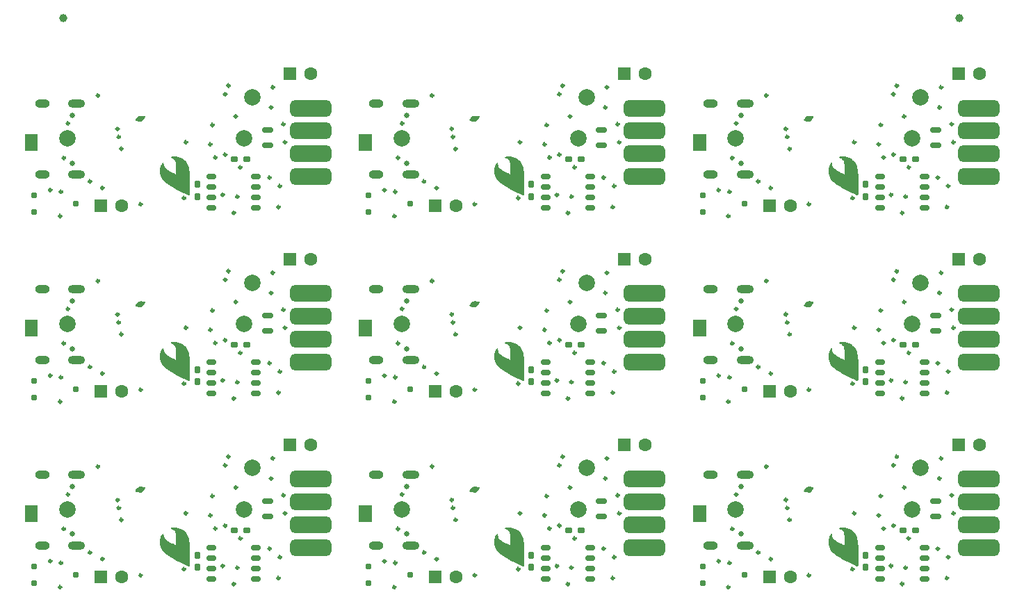
<source format=gbs>
%TF.GenerationSoftware,KiCad,Pcbnew,7.0.5*%
%TF.CreationDate,2023-06-23T14:23:02+02:00*%
%TF.ProjectId,candleLightfd-S01_3x3,63616e64-6c65-44c6-9967-687466642d53,R01*%
%TF.SameCoordinates,PX54d44f0PY5fbfb80*%
%TF.FileFunction,Soldermask,Bot*%
%TF.FilePolarity,Negative*%
%FSLAX46Y46*%
G04 Gerber Fmt 4.6, Leading zero omitted, Abs format (unit mm)*
G04 Created by KiCad (PCBNEW 7.0.5) date 2023-06-23 14:23:02*
%MOMM*%
%LPD*%
G01*
G04 APERTURE LIST*
G04 Aperture macros list*
%AMRoundRect*
0 Rectangle with rounded corners*
0 $1 Rounding radius*
0 $2 $3 $4 $5 $6 $7 $8 $9 X,Y pos of 4 corners*
0 Add a 4 corners polygon primitive as box body*
4,1,4,$2,$3,$4,$5,$6,$7,$8,$9,$2,$3,0*
0 Add four circle primitives for the rounded corners*
1,1,$1+$1,$2,$3*
1,1,$1+$1,$4,$5*
1,1,$1+$1,$6,$7*
1,1,$1+$1,$8,$9*
0 Add four rect primitives between the rounded corners*
20,1,$1+$1,$2,$3,$4,$5,0*
20,1,$1+$1,$4,$5,$6,$7,0*
20,1,$1+$1,$6,$7,$8,$9,0*
20,1,$1+$1,$8,$9,$2,$3,0*%
G04 Aperture macros list end*
%ADD10C,0.300000*%
%ADD11C,0.100000*%
%ADD12C,0.010000*%
%ADD13C,0.650000*%
%ADD14O,2.100000X1.000000*%
%ADD15O,1.800000X1.000000*%
%ADD16C,0.787000*%
%ADD17RoundRect,0.500000X-2.000000X0.500000X-2.000000X-0.500000X2.000000X-0.500000X2.000000X0.500000X0*%
%ADD18R,1.600000X1.600000*%
%ADD19C,1.600000*%
%ADD20C,2.000000*%
%ADD21RoundRect,0.150000X-0.420000X-0.150000X0.420000X-0.150000X0.420000X0.150000X-0.420000X0.150000X0*%
%ADD22RoundRect,0.187500X0.212500X0.187500X-0.212500X0.187500X-0.212500X-0.187500X0.212500X-0.187500X0*%
%ADD23C,1.000000*%
%ADD24RoundRect,0.187500X-0.187500X0.212500X-0.187500X-0.212500X0.187500X-0.212500X0.187500X0.212500X0*%
%ADD25RoundRect,0.175000X-0.475000X0.175000X-0.475000X-0.175000X0.475000X-0.175000X0.475000X0.175000X0*%
G04 APERTURE END LIST*
D10*
X4750000Y31200000D02*
G75*
G03*
X4750000Y31200000I-150000J0D01*
G01*
X93300000Y18250000D02*
G75*
G03*
X93300000Y18250000I-150000J0D01*
G01*
X30250000Y13300000D02*
G75*
G03*
X30250000Y13300000I-150000J0D01*
G01*
X4750000Y53800000D02*
G75*
G03*
X4750000Y53800000I-150000J0D01*
G01*
X60767241Y17607357D02*
G75*
G03*
X60767241Y17607357I-150000J0D01*
G01*
X93144115Y19237271D02*
G75*
G03*
X93144115Y19237271I-150000J0D01*
G01*
X66850000Y43350000D02*
G75*
G03*
X66850000Y43350000I-150000J0D01*
G01*
X46400000Y19899500D02*
G75*
G03*
X46400000Y19899500I-150000J0D01*
G01*
X67025500Y56174500D02*
G75*
G03*
X67025500Y56174500I-150000J0D01*
G01*
X64350000Y38350000D02*
G75*
G03*
X64350000Y38350000I-150000J0D01*
G01*
X93600000Y39400000D02*
G75*
G03*
X93600000Y39400000I-150000J0D01*
G01*
X64000000Y42300000D02*
G75*
G03*
X64000000Y42300000I-150000J0D01*
G01*
X101250000Y33400000D02*
G75*
G03*
X101250000Y33400000I-150000J0D01*
G01*
X45900000Y60900000D02*
G75*
G03*
X45900000Y60900000I-150000J0D01*
G01*
X31950000Y65000000D02*
G75*
G03*
X31950000Y65000000I-150000J0D01*
G01*
X113350000Y65000000D02*
G75*
G03*
X113350000Y65000000I-150000J0D01*
G01*
X90750000Y45900000D02*
G75*
G03*
X90750000Y45900000I-150000J0D01*
G01*
X24550000Y56400000D02*
G75*
G03*
X24550000Y56400000I-150000J0D01*
G01*
X63750000Y39950000D02*
G75*
G03*
X63750000Y39950000I-150000J0D01*
G01*
X66850000Y65950000D02*
G75*
G03*
X66850000Y65950000I-150000J0D01*
G01*
X26325500Y56174500D02*
G75*
G03*
X26325500Y56174500I-150000J0D01*
G01*
X11744115Y19237271D02*
G75*
G03*
X11744115Y19237271I-150000J0D01*
G01*
X107550000Y65950000D02*
G75*
G03*
X107550000Y65950000I-150000J0D01*
G01*
X72650000Y19800000D02*
G75*
G03*
X72650000Y19800000I-150000J0D01*
G01*
X91300500Y57230699D02*
G75*
G03*
X91300500Y57230699I-150000J0D01*
G01*
X49075500Y35424500D02*
G75*
G03*
X49075500Y35424500I-150000J0D01*
G01*
X112925500Y34862299D02*
G75*
G03*
X112925500Y34862299I-150000J0D01*
G01*
X111850000Y67050000D02*
G75*
G03*
X111850000Y67050000I-150000J0D01*
G01*
X24850000Y23450000D02*
G75*
G03*
X24850000Y23450000I-150000J0D01*
G01*
X72650000Y42400000D02*
G75*
G03*
X72650000Y42400000I-150000J0D01*
G01*
X72850500Y40200000D02*
G75*
G03*
X72850500Y40200000I-150000J0D01*
G01*
X67405074Y37144926D02*
G75*
G03*
X67405074Y37144926I-150000J0D01*
G01*
X55250000Y10050000D02*
G75*
G03*
X55250000Y10050000I-150000J0D01*
G01*
X86150000Y8600000D02*
G75*
G03*
X86150000Y8600000I-150000J0D01*
G01*
X101467241Y17607357D02*
G75*
G03*
X101467241Y17607357I-150000J0D01*
G01*
X112750000Y9700000D02*
G75*
G03*
X112750000Y9700000I-150000J0D01*
G01*
X23650000Y38350000D02*
G75*
G03*
X23650000Y38350000I-150000J0D01*
G01*
X24850000Y68650000D02*
G75*
G03*
X24850000Y68650000I-150000J0D01*
G01*
X3550000Y11775500D02*
G75*
G03*
X3550000Y11775500I-150000J0D01*
G01*
X111650000Y58500000D02*
G75*
G03*
X111650000Y58500000I-150000J0D01*
G01*
X60767241Y40207357D02*
G75*
G03*
X60767241Y40207357I-150000J0D01*
G01*
X95950000Y32650000D02*
G75*
G03*
X95950000Y32650000I-150000J0D01*
G01*
X26705074Y59744926D02*
G75*
G03*
X26705074Y59744926I-150000J0D01*
G01*
X46400000Y65099500D02*
G75*
G03*
X46400000Y65099500I-150000J0D01*
G01*
X64000000Y19700000D02*
G75*
G03*
X64000000Y19700000I-150000J0D01*
G01*
X20067241Y40207357D02*
G75*
G03*
X20067241Y40207357I-150000J0D01*
G01*
X89775500Y12824500D02*
G75*
G03*
X89775500Y12824500I-150000J0D01*
G01*
X113350000Y42400000D02*
G75*
G03*
X113350000Y42400000I-150000J0D01*
G01*
X72050000Y54900000D02*
G75*
G03*
X72050000Y54900000I-150000J0D01*
G01*
X11744115Y41837271D02*
G75*
G03*
X11744115Y41837271I-150000J0D01*
G01*
X66850000Y20750000D02*
G75*
G03*
X66850000Y20750000I-150000J0D01*
G01*
X87100000Y42499500D02*
G75*
G03*
X87100000Y42499500I-150000J0D01*
G01*
X60767241Y62807357D02*
G75*
G03*
X60767241Y62807357I-150000J0D01*
G01*
X65550000Y46050000D02*
G75*
G03*
X65550000Y46050000I-150000J0D01*
G01*
X66600000Y9000000D02*
G75*
G03*
X66600000Y9000000I-150000J0D01*
G01*
X65550000Y61300000D02*
G75*
G03*
X65550000Y61300000I-150000J0D01*
G01*
X106250000Y68650000D02*
G75*
G03*
X106250000Y68650000I-150000J0D01*
G01*
X65950000Y47100000D02*
G75*
G03*
X65950000Y47100000I-150000J0D01*
G01*
X72650000Y65000000D02*
G75*
G03*
X72650000Y65000000I-150000J0D01*
G01*
X12200000Y16800000D02*
G75*
G03*
X12200000Y16800000I-150000J0D01*
G01*
X24550000Y33800000D02*
G75*
G03*
X24550000Y33800000I-150000J0D01*
G01*
X66600000Y31600000D02*
G75*
G03*
X66600000Y31600000I-150000J0D01*
G01*
X112050000Y24300000D02*
G75*
G03*
X112050000Y24300000I-150000J0D01*
G01*
X106250000Y46050000D02*
G75*
G03*
X106250000Y46050000I-150000J0D01*
G01*
X44250000Y56975500D02*
G75*
G03*
X44250000Y56975500I-150000J0D01*
G01*
X90750000Y68500000D02*
G75*
G03*
X90750000Y68500000I-150000J0D01*
G01*
X31350000Y32300000D02*
G75*
G03*
X31350000Y32300000I-150000J0D01*
G01*
X25900000Y54200000D02*
G75*
G03*
X25900000Y54200000I-150000J0D01*
G01*
X101250000Y56000000D02*
G75*
G03*
X101250000Y56000000I-150000J0D01*
G01*
X30650000Y46900000D02*
G75*
G03*
X30650000Y46900000I-150000J0D01*
G01*
X107725500Y56174500D02*
G75*
G03*
X107725500Y56174500I-150000J0D01*
G01*
X26705074Y14544926D02*
G75*
G03*
X26705074Y14544926I-150000J0D01*
G01*
X5200000Y38300000D02*
G75*
G03*
X5200000Y38300000I-150000J0D01*
G01*
X52900000Y62000000D02*
G75*
G03*
X52900000Y62000000I-150000J0D01*
G01*
X108105074Y37144926D02*
G75*
G03*
X108105074Y37144926I-150000J0D01*
G01*
X31525500Y12262299D02*
G75*
G03*
X31525500Y12262299I-150000J0D01*
G01*
X30450000Y44450000D02*
G75*
G03*
X30450000Y44450000I-150000J0D01*
G01*
X104700000Y19700000D02*
G75*
G03*
X104700000Y19700000I-150000J0D01*
G01*
X101467241Y40207357D02*
G75*
G03*
X101467241Y40207357I-150000J0D01*
G01*
X45566784Y56759625D02*
G75*
G03*
X45566784Y56759625I-150000J0D01*
G01*
X112050000Y69500000D02*
G75*
G03*
X112050000Y69500000I-150000J0D01*
G01*
X52900000Y39400000D02*
G75*
G03*
X52900000Y39400000I-150000J0D01*
G01*
X31350000Y54900000D02*
G75*
G03*
X31350000Y54900000I-150000J0D01*
G01*
X107550000Y43350000D02*
G75*
G03*
X107550000Y43350000I-150000J0D01*
G01*
X93600000Y62000000D02*
G75*
G03*
X93600000Y62000000I-150000J0D01*
G01*
X45450000Y31200000D02*
G75*
G03*
X45450000Y31200000I-150000J0D01*
G01*
X113550500Y62800000D02*
G75*
G03*
X113550500Y62800000I-150000J0D01*
G01*
X23650000Y15750000D02*
G75*
G03*
X23650000Y15750000I-150000J0D01*
G01*
X31350000Y9700000D02*
G75*
G03*
X31350000Y9700000I-150000J0D01*
G01*
X93144115Y41837271D02*
G75*
G03*
X93144115Y41837271I-150000J0D01*
G01*
X90750000Y23300000D02*
G75*
G03*
X90750000Y23300000I-150000J0D01*
G01*
X9900500Y57230699D02*
G75*
G03*
X9900500Y57230699I-150000J0D01*
G01*
X24550000Y11200000D02*
G75*
G03*
X24550000Y11200000I-150000J0D01*
G01*
X111850000Y44450000D02*
G75*
G03*
X111850000Y44450000I-150000J0D01*
G01*
X5700000Y42499500D02*
G75*
G03*
X5700000Y42499500I-150000J0D01*
G01*
X14550000Y55250000D02*
G75*
G03*
X14550000Y55250000I-150000J0D01*
G01*
X71150000Y44450000D02*
G75*
G03*
X71150000Y44450000I-150000J0D01*
G01*
X60550000Y10800000D02*
G75*
G03*
X60550000Y10800000I-150000J0D01*
G01*
X86600000Y15700000D02*
G75*
G03*
X86600000Y15700000I-150000J0D01*
G01*
X111850000Y21850000D02*
G75*
G03*
X111850000Y21850000I-150000J0D01*
G01*
X72225500Y57462299D02*
G75*
G03*
X72225500Y57462299I-150000J0D01*
G01*
X5200000Y60900000D02*
G75*
G03*
X5200000Y60900000I-150000J0D01*
G01*
X112050000Y46900000D02*
G75*
G03*
X112050000Y46900000I-150000J0D01*
G01*
X32150500Y40200000D02*
G75*
G03*
X32150500Y40200000I-150000J0D01*
G01*
X49075500Y58024500D02*
G75*
G03*
X49075500Y58024500I-150000J0D01*
G01*
X105050000Y38350000D02*
G75*
G03*
X105050000Y38350000I-150000J0D01*
G01*
X4866784Y34159625D02*
G75*
G03*
X4866784Y34159625I-150000J0D01*
G01*
X84950000Y56975500D02*
G75*
G03*
X84950000Y56975500I-150000J0D01*
G01*
X107725500Y33574500D02*
G75*
G03*
X107725500Y33574500I-150000J0D01*
G01*
X113550500Y17600000D02*
G75*
G03*
X113550500Y17600000I-150000J0D01*
G01*
X91300500Y34630699D02*
G75*
G03*
X91300500Y34630699I-150000J0D01*
G01*
X65550000Y38700000D02*
G75*
G03*
X65550000Y38700000I-150000J0D01*
G01*
X65250000Y56400000D02*
G75*
G03*
X65250000Y56400000I-150000J0D01*
G01*
X64350000Y60950000D02*
G75*
G03*
X64350000Y60950000I-150000J0D01*
G01*
X26705074Y37144926D02*
G75*
G03*
X26705074Y37144926I-150000J0D01*
G01*
X46400000Y42499500D02*
G75*
G03*
X46400000Y42499500I-150000J0D01*
G01*
X24850000Y16100000D02*
G75*
G03*
X24850000Y16100000I-150000J0D01*
G01*
X3550000Y34375500D02*
G75*
G03*
X3550000Y34375500I-150000J0D01*
G01*
X67405074Y14544926D02*
G75*
G03*
X67405074Y14544926I-150000J0D01*
G01*
X50050000Y45900000D02*
G75*
G03*
X50050000Y45900000I-150000J0D01*
G01*
X9350000Y45900000D02*
G75*
G03*
X9350000Y45900000I-150000J0D01*
G01*
X107725500Y10974500D02*
G75*
G03*
X107725500Y10974500I-150000J0D01*
G01*
X105050000Y15750000D02*
G75*
G03*
X105050000Y15750000I-150000J0D01*
G01*
X52600000Y63450000D02*
G75*
G03*
X52600000Y63450000I-150000J0D01*
G01*
X65250000Y11200000D02*
G75*
G03*
X65250000Y11200000I-150000J0D01*
G01*
X93600000Y16800000D02*
G75*
G03*
X93600000Y16800000I-150000J0D01*
G01*
X106250000Y16100000D02*
G75*
G03*
X106250000Y16100000I-150000J0D01*
G01*
X107300000Y31600000D02*
G75*
G03*
X107300000Y31600000I-150000J0D01*
G01*
X11744115Y64437271D02*
G75*
G03*
X11744115Y64437271I-150000J0D01*
G01*
X84950000Y11775500D02*
G75*
G03*
X84950000Y11775500I-150000J0D01*
G01*
X60550000Y56000000D02*
G75*
G03*
X60550000Y56000000I-150000J0D01*
G01*
X30450000Y67050000D02*
G75*
G03*
X30450000Y67050000I-150000J0D01*
G01*
X72050000Y9700000D02*
G75*
G03*
X72050000Y9700000I-150000J0D01*
G01*
X108105074Y14544926D02*
G75*
G03*
X108105074Y14544926I-150000J0D01*
G01*
X86600000Y38300000D02*
G75*
G03*
X86600000Y38300000I-150000J0D01*
G01*
X32150500Y17600000D02*
G75*
G03*
X32150500Y17600000I-150000J0D01*
G01*
X87100000Y19899500D02*
G75*
G03*
X87100000Y19899500I-150000J0D01*
G01*
X4866784Y56759625D02*
G75*
G03*
X4866784Y56759625I-150000J0D01*
G01*
X30650000Y69500000D02*
G75*
G03*
X30650000Y69500000I-150000J0D01*
G01*
X70950000Y35900000D02*
G75*
G03*
X70950000Y35900000I-150000J0D01*
G01*
X19850000Y10800000D02*
G75*
G03*
X19850000Y10800000I-150000J0D01*
G01*
X25250000Y24500000D02*
G75*
G03*
X25250000Y24500000I-150000J0D01*
G01*
X5200000Y15700000D02*
G75*
G03*
X5200000Y15700000I-150000J0D01*
G01*
X45900000Y15700000D02*
G75*
G03*
X45900000Y15700000I-150000J0D01*
G01*
X95950000Y55250000D02*
G75*
G03*
X95950000Y55250000I-150000J0D01*
G01*
X31525500Y34862299D02*
G75*
G03*
X31525500Y34862299I-150000J0D01*
G01*
X107550000Y20750000D02*
G75*
G03*
X107550000Y20750000I-150000J0D01*
G01*
X52600000Y40850000D02*
G75*
G03*
X52600000Y40850000I-150000J0D01*
G01*
X86150000Y53800000D02*
G75*
G03*
X86150000Y53800000I-150000J0D01*
G01*
X12200000Y39400000D02*
G75*
G03*
X12200000Y39400000I-150000J0D01*
G01*
X71350000Y24300000D02*
G75*
G03*
X71350000Y24300000I-150000J0D01*
G01*
X112750000Y54900000D02*
G75*
G03*
X112750000Y54900000I-150000J0D01*
G01*
X63750000Y62550000D02*
G75*
G03*
X63750000Y62550000I-150000J0D01*
G01*
X31950000Y19800000D02*
G75*
G03*
X31950000Y19800000I-150000J0D01*
G01*
X45450000Y8600000D02*
G75*
G03*
X45450000Y8600000I-150000J0D01*
G01*
X71150000Y21850000D02*
G75*
G03*
X71150000Y21850000I-150000J0D01*
G01*
X72225500Y34862299D02*
G75*
G03*
X72225500Y34862299I-150000J0D01*
G01*
X45900000Y38300000D02*
G75*
G03*
X45900000Y38300000I-150000J0D01*
G01*
X20067241Y62807357D02*
G75*
G03*
X20067241Y62807357I-150000J0D01*
G01*
X71150000Y67050000D02*
G75*
G03*
X71150000Y67050000I-150000J0D01*
G01*
X8375500Y35424500D02*
G75*
G03*
X8375500Y35424500I-150000J0D01*
G01*
X12200000Y62000000D02*
G75*
G03*
X12200000Y62000000I-150000J0D01*
G01*
X14550000Y10050000D02*
G75*
G03*
X14550000Y10050000I-150000J0D01*
G01*
X31525500Y57462299D02*
G75*
G03*
X31525500Y57462299I-150000J0D01*
G01*
X104450000Y17350000D02*
G75*
G03*
X104450000Y17350000I-150000J0D01*
G01*
X19850000Y33400000D02*
G75*
G03*
X19850000Y33400000I-150000J0D01*
G01*
X72850500Y17600000D02*
G75*
G03*
X72850500Y17600000I-150000J0D01*
G01*
X111650000Y35900000D02*
G75*
G03*
X111650000Y35900000I-150000J0D01*
G01*
X11900000Y18250000D02*
G75*
G03*
X11900000Y18250000I-150000J0D01*
G01*
X65550000Y68650000D02*
G75*
G03*
X65550000Y68650000I-150000J0D01*
G01*
X70950000Y58500000D02*
G75*
G03*
X70950000Y58500000I-150000J0D01*
G01*
X9350000Y68500000D02*
G75*
G03*
X9350000Y68500000I-150000J0D01*
G01*
X26150000Y20750000D02*
G75*
G03*
X26150000Y20750000I-150000J0D01*
G01*
X65950000Y69700000D02*
G75*
G03*
X65950000Y69700000I-150000J0D01*
G01*
X106250000Y61300000D02*
G75*
G03*
X106250000Y61300000I-150000J0D01*
G01*
X106250000Y23450000D02*
G75*
G03*
X106250000Y23450000I-150000J0D01*
G01*
X104450000Y39950000D02*
G75*
G03*
X104450000Y39950000I-150000J0D01*
G01*
X11900000Y63450000D02*
G75*
G03*
X11900000Y63450000I-150000J0D01*
G01*
X93144115Y64437271D02*
G75*
G03*
X93144115Y64437271I-150000J0D01*
G01*
X89775500Y58024500D02*
G75*
G03*
X89775500Y58024500I-150000J0D01*
G01*
X26325500Y10974500D02*
G75*
G03*
X26325500Y10974500I-150000J0D01*
G01*
X101467241Y62807357D02*
G75*
G03*
X101467241Y62807357I-150000J0D01*
G01*
X52444115Y64437271D02*
G75*
G03*
X52444115Y64437271I-150000J0D01*
G01*
X25900000Y31600000D02*
G75*
G03*
X25900000Y31600000I-150000J0D01*
G01*
X30450000Y21850000D02*
G75*
G03*
X30450000Y21850000I-150000J0D01*
G01*
X70950000Y13300000D02*
G75*
G03*
X70950000Y13300000I-150000J0D01*
G01*
X106650000Y24500000D02*
G75*
G03*
X106650000Y24500000I-150000J0D01*
G01*
X108105074Y59744926D02*
G75*
G03*
X108105074Y59744926I-150000J0D01*
G01*
X67025500Y10974500D02*
G75*
G03*
X67025500Y10974500I-150000J0D01*
G01*
X106250000Y38700000D02*
G75*
G03*
X106250000Y38700000I-150000J0D01*
G01*
X9350000Y23300000D02*
G75*
G03*
X9350000Y23300000I-150000J0D01*
G01*
X72850500Y62800000D02*
G75*
G03*
X72850500Y62800000I-150000J0D01*
G01*
X25250000Y69700000D02*
G75*
G03*
X25250000Y69700000I-150000J0D01*
G01*
X86150000Y31200000D02*
G75*
G03*
X86150000Y31200000I-150000J0D01*
G01*
X50600500Y34630699D02*
G75*
G03*
X50600500Y34630699I-150000J0D01*
G01*
X50600500Y12030699D02*
G75*
G03*
X50600500Y12030699I-150000J0D01*
G01*
X23300000Y19700000D02*
G75*
G03*
X23300000Y19700000I-150000J0D01*
G01*
X9900500Y34630699D02*
G75*
G03*
X9900500Y34630699I-150000J0D01*
G01*
X23300000Y42300000D02*
G75*
G03*
X23300000Y42300000I-150000J0D01*
G01*
X112925500Y57462299D02*
G75*
G03*
X112925500Y57462299I-150000J0D01*
G01*
X86600000Y60900000D02*
G75*
G03*
X86600000Y60900000I-150000J0D01*
G01*
X23050000Y62550000D02*
G75*
G03*
X23050000Y62550000I-150000J0D01*
G01*
X65550000Y16100000D02*
G75*
G03*
X65550000Y16100000I-150000J0D01*
G01*
X25900000Y9000000D02*
G75*
G03*
X25900000Y9000000I-150000J0D01*
G01*
X67405074Y59744926D02*
G75*
G03*
X67405074Y59744926I-150000J0D01*
G01*
X86266784Y56759625D02*
G75*
G03*
X86266784Y56759625I-150000J0D01*
G01*
X20067241Y17607357D02*
G75*
G03*
X20067241Y17607357I-150000J0D01*
G01*
X104450000Y62550000D02*
G75*
G03*
X104450000Y62550000I-150000J0D01*
G01*
X63750000Y17350000D02*
G75*
G03*
X63750000Y17350000I-150000J0D01*
G01*
X24850000Y61300000D02*
G75*
G03*
X24850000Y61300000I-150000J0D01*
G01*
X23050000Y17350000D02*
G75*
G03*
X23050000Y17350000I-150000J0D01*
G01*
X71350000Y69500000D02*
G75*
G03*
X71350000Y69500000I-150000J0D01*
G01*
X107300000Y54200000D02*
G75*
G03*
X107300000Y54200000I-150000J0D01*
G01*
X64000000Y64900000D02*
G75*
G03*
X64000000Y64900000I-150000J0D01*
G01*
X52900000Y16800000D02*
G75*
G03*
X52900000Y16800000I-150000J0D01*
G01*
X105050000Y60950000D02*
G75*
G03*
X105050000Y60950000I-150000J0D01*
G01*
X30650000Y24300000D02*
G75*
G03*
X30650000Y24300000I-150000J0D01*
G01*
X104700000Y42300000D02*
G75*
G03*
X104700000Y42300000I-150000J0D01*
G01*
X23300000Y64900000D02*
G75*
G03*
X23300000Y64900000I-150000J0D01*
G01*
X32150500Y62800000D02*
G75*
G03*
X32150500Y62800000I-150000J0D01*
G01*
X91300500Y12030699D02*
G75*
G03*
X91300500Y12030699I-150000J0D01*
G01*
X52444115Y41837271D02*
G75*
G03*
X52444115Y41837271I-150000J0D01*
G01*
X14550000Y32650000D02*
G75*
G03*
X14550000Y32650000I-150000J0D01*
G01*
X45566784Y11559625D02*
G75*
G03*
X45566784Y11559625I-150000J0D01*
G01*
X93300000Y40850000D02*
G75*
G03*
X93300000Y40850000I-150000J0D01*
G01*
X71350000Y46900000D02*
G75*
G03*
X71350000Y46900000I-150000J0D01*
G01*
X8375500Y58024500D02*
G75*
G03*
X8375500Y58024500I-150000J0D01*
G01*
X86266784Y34159625D02*
G75*
G03*
X86266784Y34159625I-150000J0D01*
G01*
X87100000Y65099500D02*
G75*
G03*
X87100000Y65099500I-150000J0D01*
G01*
X55250000Y32650000D02*
G75*
G03*
X55250000Y32650000I-150000J0D01*
G01*
X44250000Y11775500D02*
G75*
G03*
X44250000Y11775500I-150000J0D01*
G01*
X11900000Y40850000D02*
G75*
G03*
X11900000Y40850000I-150000J0D01*
G01*
X93300000Y63450000D02*
G75*
G03*
X93300000Y63450000I-150000J0D01*
G01*
X26325500Y33574500D02*
G75*
G03*
X26325500Y33574500I-150000J0D01*
G01*
X9900500Y12030699D02*
G75*
G03*
X9900500Y12030699I-150000J0D01*
G01*
X84950000Y34375500D02*
G75*
G03*
X84950000Y34375500I-150000J0D01*
G01*
X5700000Y19899500D02*
G75*
G03*
X5700000Y19899500I-150000J0D01*
G01*
X106650000Y47100000D02*
G75*
G03*
X106650000Y47100000I-150000J0D01*
G01*
X52600000Y18250000D02*
G75*
G03*
X52600000Y18250000I-150000J0D01*
G01*
X50050000Y23300000D02*
G75*
G03*
X50050000Y23300000I-150000J0D01*
G01*
X106650000Y69700000D02*
G75*
G03*
X106650000Y69700000I-150000J0D01*
G01*
X52444115Y19237271D02*
G75*
G03*
X52444115Y19237271I-150000J0D01*
G01*
X104700000Y64900000D02*
G75*
G03*
X104700000Y64900000I-150000J0D01*
G01*
X113350000Y19800000D02*
G75*
G03*
X113350000Y19800000I-150000J0D01*
G01*
X23650000Y60950000D02*
G75*
G03*
X23650000Y60950000I-150000J0D01*
G01*
X50050000Y68500000D02*
G75*
G03*
X50050000Y68500000I-150000J0D01*
G01*
X95950000Y10050000D02*
G75*
G03*
X95950000Y10050000I-150000J0D01*
G01*
X112925500Y12262299D02*
G75*
G03*
X112925500Y12262299I-150000J0D01*
G01*
X113550500Y40200000D02*
G75*
G03*
X113550500Y40200000I-150000J0D01*
G01*
X65250000Y33800000D02*
G75*
G03*
X65250000Y33800000I-150000J0D01*
G01*
X50600500Y57230699D02*
G75*
G03*
X50600500Y57230699I-150000J0D01*
G01*
X24850000Y38700000D02*
G75*
G03*
X24850000Y38700000I-150000J0D01*
G01*
X30250000Y58500000D02*
G75*
G03*
X30250000Y58500000I-150000J0D01*
G01*
X112750000Y32300000D02*
G75*
G03*
X112750000Y32300000I-150000J0D01*
G01*
X8375500Y12824500D02*
G75*
G03*
X8375500Y12824500I-150000J0D01*
G01*
X89775500Y35424500D02*
G75*
G03*
X89775500Y35424500I-150000J0D01*
G01*
X26150000Y43350000D02*
G75*
G03*
X26150000Y43350000I-150000J0D01*
G01*
X23050000Y39950000D02*
G75*
G03*
X23050000Y39950000I-150000J0D01*
G01*
X107300000Y9000000D02*
G75*
G03*
X107300000Y9000000I-150000J0D01*
G01*
X101250000Y10800000D02*
G75*
G03*
X101250000Y10800000I-150000J0D01*
G01*
X3550000Y56975500D02*
G75*
G03*
X3550000Y56975500I-150000J0D01*
G01*
X86266784Y11559625D02*
G75*
G03*
X86266784Y11559625I-150000J0D01*
G01*
X30250000Y35900000D02*
G75*
G03*
X30250000Y35900000I-150000J0D01*
G01*
X65950000Y24500000D02*
G75*
G03*
X65950000Y24500000I-150000J0D01*
G01*
X72050000Y32300000D02*
G75*
G03*
X72050000Y32300000I-150000J0D01*
G01*
X45450000Y53800000D02*
G75*
G03*
X45450000Y53800000I-150000J0D01*
G01*
X45566784Y34159625D02*
G75*
G03*
X45566784Y34159625I-150000J0D01*
G01*
X55250000Y55250000D02*
G75*
G03*
X55250000Y55250000I-150000J0D01*
G01*
X65550000Y23450000D02*
G75*
G03*
X65550000Y23450000I-150000J0D01*
G01*
X24850000Y46050000D02*
G75*
G03*
X24850000Y46050000I-150000J0D01*
G01*
X105950000Y11200000D02*
G75*
G03*
X105950000Y11200000I-150000J0D01*
G01*
X19850000Y56000000D02*
G75*
G03*
X19850000Y56000000I-150000J0D01*
G01*
X66600000Y54200000D02*
G75*
G03*
X66600000Y54200000I-150000J0D01*
G01*
X105950000Y56400000D02*
G75*
G03*
X105950000Y56400000I-150000J0D01*
G01*
X72225500Y12262299D02*
G75*
G03*
X72225500Y12262299I-150000J0D01*
G01*
X67025500Y33574500D02*
G75*
G03*
X67025500Y33574500I-150000J0D01*
G01*
X4750000Y8600000D02*
G75*
G03*
X4750000Y8600000I-150000J0D01*
G01*
X4866784Y11559625D02*
G75*
G03*
X4866784Y11559625I-150000J0D01*
G01*
X31950000Y42400000D02*
G75*
G03*
X31950000Y42400000I-150000J0D01*
G01*
X5700000Y65099500D02*
G75*
G03*
X5700000Y65099500I-150000J0D01*
G01*
X26150000Y65950000D02*
G75*
G03*
X26150000Y65950000I-150000J0D01*
G01*
X111650000Y13300000D02*
G75*
G03*
X111650000Y13300000I-150000J0D01*
G01*
X49075500Y12824500D02*
G75*
G03*
X49075500Y12824500I-150000J0D01*
G01*
X105950000Y33800000D02*
G75*
G03*
X105950000Y33800000I-150000J0D01*
G01*
X25250000Y47100000D02*
G75*
G03*
X25250000Y47100000I-150000J0D01*
G01*
X64350000Y15750000D02*
G75*
G03*
X64350000Y15750000I-150000J0D01*
G01*
X60550000Y33400000D02*
G75*
G03*
X60550000Y33400000I-150000J0D01*
G01*
X44250000Y34375500D02*
G75*
G03*
X44250000Y34375500I-150000J0D01*
G01*
%TO.C,NB2*%
D11*
X42500000Y61850000D02*
X41000000Y61850000D01*
X41000000Y63750000D01*
X42500000Y63750000D01*
X42500000Y61850000D01*
G36*
X42500000Y61850000D02*
G01*
X41000000Y61850000D01*
X41000000Y63750000D01*
X42500000Y63750000D01*
X42500000Y61850000D01*
G37*
X42500000Y16650000D02*
X41000000Y16650000D01*
X41000000Y18550000D01*
X42500000Y18550000D01*
X42500000Y16650000D01*
G36*
X42500000Y16650000D02*
G01*
X41000000Y16650000D01*
X41000000Y18550000D01*
X42500000Y18550000D01*
X42500000Y16650000D01*
G37*
X83200000Y61850000D02*
X81700000Y61850000D01*
X81700000Y63750000D01*
X83200000Y63750000D01*
X83200000Y61850000D01*
G36*
X83200000Y61850000D02*
G01*
X81700000Y61850000D01*
X81700000Y63750000D01*
X83200000Y63750000D01*
X83200000Y61850000D01*
G37*
X1800000Y61850000D02*
X300000Y61850000D01*
X300000Y63750000D01*
X1800000Y63750000D01*
X1800000Y61850000D01*
G36*
X1800000Y61850000D02*
G01*
X300000Y61850000D01*
X300000Y63750000D01*
X1800000Y63750000D01*
X1800000Y61850000D01*
G37*
X83200000Y39250000D02*
X81700000Y39250000D01*
X81700000Y41150000D01*
X83200000Y41150000D01*
X83200000Y39250000D01*
G36*
X83200000Y39250000D02*
G01*
X81700000Y39250000D01*
X81700000Y41150000D01*
X83200000Y41150000D01*
X83200000Y39250000D01*
G37*
X83200000Y16650000D02*
X81700000Y16650000D01*
X81700000Y18550000D01*
X83200000Y18550000D01*
X83200000Y16650000D01*
G36*
X83200000Y16650000D02*
G01*
X81700000Y16650000D01*
X81700000Y18550000D01*
X83200000Y18550000D01*
X83200000Y16650000D01*
G37*
X1800000Y16650000D02*
X300000Y16650000D01*
X300000Y18550000D01*
X1800000Y18550000D01*
X1800000Y16650000D01*
G36*
X1800000Y16650000D02*
G01*
X300000Y16650000D01*
X300000Y18550000D01*
X1800000Y18550000D01*
X1800000Y16650000D01*
G37*
X1800000Y39250000D02*
X300000Y39250000D01*
X300000Y41150000D01*
X1800000Y41150000D01*
X1800000Y39250000D01*
G36*
X1800000Y39250000D02*
G01*
X300000Y39250000D01*
X300000Y41150000D01*
X1800000Y41150000D01*
X1800000Y39250000D01*
G37*
X42500000Y39250000D02*
X41000000Y39250000D01*
X41000000Y41150000D01*
X42500000Y41150000D01*
X42500000Y39250000D01*
G36*
X42500000Y39250000D02*
G01*
X41000000Y39250000D01*
X41000000Y41150000D01*
X42500000Y41150000D01*
X42500000Y39250000D01*
G37*
%TO.C,NB1*%
D12*
X55260840Y66016580D02*
X55371679Y66009025D01*
X55470669Y65998859D01*
X55544809Y65986926D01*
X55581099Y65974073D01*
X55587412Y65959272D01*
X55577925Y65905773D01*
X55543431Y65829029D01*
X55489609Y65739080D01*
X55422139Y65645964D01*
X55346700Y65559721D01*
X55190956Y65400100D01*
X55039497Y65400722D01*
X54795983Y65423820D01*
X54551944Y65493208D01*
X54525064Y65503543D01*
X54474536Y65528173D01*
X54460164Y65552506D01*
X54472672Y65587586D01*
X54500463Y65636127D01*
X54598876Y65764282D01*
X54719909Y65877171D01*
X54850560Y65963836D01*
X54977827Y66013321D01*
X54987233Y66015114D01*
X55055616Y66020470D01*
X55151152Y66020677D01*
X55260840Y66016580D01*
G36*
X55260840Y66016580D02*
G01*
X55371679Y66009025D01*
X55470669Y65998859D01*
X55544809Y65986926D01*
X55581099Y65974073D01*
X55587412Y65959272D01*
X55577925Y65905773D01*
X55543431Y65829029D01*
X55489609Y65739080D01*
X55422139Y65645964D01*
X55346700Y65559721D01*
X55190956Y65400100D01*
X55039497Y65400722D01*
X54795983Y65423820D01*
X54551944Y65493208D01*
X54525064Y65503543D01*
X54474536Y65528173D01*
X54460164Y65552506D01*
X54472672Y65587586D01*
X54500463Y65636127D01*
X54598876Y65764282D01*
X54719909Y65877171D01*
X54850560Y65963836D01*
X54977827Y66013321D01*
X54987233Y66015114D01*
X55055616Y66020470D01*
X55151152Y66020677D01*
X55260840Y66016580D01*
G37*
X59403323Y61063883D02*
X59679633Y61011555D01*
X59946592Y60914686D01*
X60196164Y60776182D01*
X60420315Y60598949D01*
X60494255Y60526204D01*
X60612863Y60389529D01*
X60712821Y60242202D01*
X60796082Y60078515D01*
X60864596Y59892760D01*
X60920314Y59679230D01*
X60965187Y59432218D01*
X61001168Y59146015D01*
X61030207Y58814915D01*
X61035785Y58713768D01*
X61040512Y58570104D01*
X61043980Y58396673D01*
X61046237Y58200193D01*
X61047333Y57987383D01*
X61047317Y57764960D01*
X61046237Y57539641D01*
X61044142Y57318145D01*
X61041081Y57107189D01*
X61037102Y56913491D01*
X61032255Y56743769D01*
X61026589Y56604739D01*
X61020151Y56503121D01*
X61012992Y56445631D01*
X61012911Y56445272D01*
X61007707Y56420703D01*
X61000781Y56403258D01*
X60986582Y56394725D01*
X60959559Y56396887D01*
X60914163Y56411530D01*
X60844842Y56440439D01*
X60746048Y56485399D01*
X60612228Y56548196D01*
X60437833Y56630614D01*
X60108845Y56789285D01*
X59696534Y56998375D01*
X59315144Y57203896D01*
X58967210Y57404258D01*
X58655270Y57597868D01*
X58381861Y57783138D01*
X58149520Y57958476D01*
X57960783Y58122292D01*
X57818189Y58272996D01*
X57795647Y58301052D01*
X57656265Y58519109D01*
X57555605Y58762411D01*
X57494338Y59023422D01*
X57473131Y59294606D01*
X57492654Y59568426D01*
X57553576Y59837346D01*
X57656565Y60093830D01*
X57677588Y60134935D01*
X57735243Y60235582D01*
X57778859Y60288675D01*
X57809844Y60294786D01*
X57829604Y60254488D01*
X57839549Y60168354D01*
X57841899Y60132366D01*
X57869217Y59970429D01*
X57926402Y59827905D01*
X58018436Y59697372D01*
X58150304Y59571409D01*
X58326990Y59442596D01*
X58405502Y59392257D01*
X58535248Y59313834D01*
X58677206Y59232419D01*
X58824368Y59151604D01*
X58969726Y59074981D01*
X59106270Y59006139D01*
X59226992Y58948670D01*
X59324884Y58906166D01*
X59392937Y58882217D01*
X59424142Y58880415D01*
X59426842Y58893220D01*
X59430592Y58950457D01*
X59433612Y59046706D01*
X59435754Y59174735D01*
X59436870Y59327309D01*
X59436811Y59497197D01*
X59436767Y59507701D01*
X59433460Y59766597D01*
X59425510Y59981261D01*
X59412073Y60157942D01*
X59392305Y60302888D01*
X59365363Y60422347D01*
X59330402Y60522568D01*
X59286580Y60609798D01*
X59232558Y60685068D01*
X59127927Y60788812D01*
X59007261Y60875110D01*
X58888725Y60929373D01*
X58867717Y60936394D01*
X58812843Y60963636D01*
X58790841Y60989848D01*
X58795497Y61006125D01*
X58823723Y61026500D01*
X58883242Y61042657D01*
X58980570Y61056145D01*
X59122229Y61068509D01*
X59125697Y61068763D01*
X59403323Y61063883D01*
G36*
X59403323Y61063883D02*
G01*
X59679633Y61011555D01*
X59946592Y60914686D01*
X60196164Y60776182D01*
X60420315Y60598949D01*
X60494255Y60526204D01*
X60612863Y60389529D01*
X60712821Y60242202D01*
X60796082Y60078515D01*
X60864596Y59892760D01*
X60920314Y59679230D01*
X60965187Y59432218D01*
X61001168Y59146015D01*
X61030207Y58814915D01*
X61035785Y58713768D01*
X61040512Y58570104D01*
X61043980Y58396673D01*
X61046237Y58200193D01*
X61047333Y57987383D01*
X61047317Y57764960D01*
X61046237Y57539641D01*
X61044142Y57318145D01*
X61041081Y57107189D01*
X61037102Y56913491D01*
X61032255Y56743769D01*
X61026589Y56604739D01*
X61020151Y56503121D01*
X61012992Y56445631D01*
X61012911Y56445272D01*
X61007707Y56420703D01*
X61000781Y56403258D01*
X60986582Y56394725D01*
X60959559Y56396887D01*
X60914163Y56411530D01*
X60844842Y56440439D01*
X60746048Y56485399D01*
X60612228Y56548196D01*
X60437833Y56630614D01*
X60108845Y56789285D01*
X59696534Y56998375D01*
X59315144Y57203896D01*
X58967210Y57404258D01*
X58655270Y57597868D01*
X58381861Y57783138D01*
X58149520Y57958476D01*
X57960783Y58122292D01*
X57818189Y58272996D01*
X57795647Y58301052D01*
X57656265Y58519109D01*
X57555605Y58762411D01*
X57494338Y59023422D01*
X57473131Y59294606D01*
X57492654Y59568426D01*
X57553576Y59837346D01*
X57656565Y60093830D01*
X57677588Y60134935D01*
X57735243Y60235582D01*
X57778859Y60288675D01*
X57809844Y60294786D01*
X57829604Y60254488D01*
X57839549Y60168354D01*
X57841899Y60132366D01*
X57869217Y59970429D01*
X57926402Y59827905D01*
X58018436Y59697372D01*
X58150304Y59571409D01*
X58326990Y59442596D01*
X58405502Y59392257D01*
X58535248Y59313834D01*
X58677206Y59232419D01*
X58824368Y59151604D01*
X58969726Y59074981D01*
X59106270Y59006139D01*
X59226992Y58948670D01*
X59324884Y58906166D01*
X59392937Y58882217D01*
X59424142Y58880415D01*
X59426842Y58893220D01*
X59430592Y58950457D01*
X59433612Y59046706D01*
X59435754Y59174735D01*
X59436870Y59327309D01*
X59436811Y59497197D01*
X59436767Y59507701D01*
X59433460Y59766597D01*
X59425510Y59981261D01*
X59412073Y60157942D01*
X59392305Y60302888D01*
X59365363Y60422347D01*
X59330402Y60522568D01*
X59286580Y60609798D01*
X59232558Y60685068D01*
X59127927Y60788812D01*
X59007261Y60875110D01*
X58888725Y60929373D01*
X58867717Y60936394D01*
X58812843Y60963636D01*
X58790841Y60989848D01*
X58795497Y61006125D01*
X58823723Y61026500D01*
X58883242Y61042657D01*
X58980570Y61056145D01*
X59122229Y61068509D01*
X59125697Y61068763D01*
X59403323Y61063883D01*
G37*
X55260840Y20816580D02*
X55371679Y20809025D01*
X55470669Y20798859D01*
X55544809Y20786926D01*
X55581099Y20774073D01*
X55587412Y20759272D01*
X55577925Y20705773D01*
X55543431Y20629029D01*
X55489609Y20539080D01*
X55422139Y20445964D01*
X55346700Y20359721D01*
X55190956Y20200100D01*
X55039497Y20200722D01*
X54795983Y20223820D01*
X54551944Y20293208D01*
X54525064Y20303543D01*
X54474536Y20328173D01*
X54460164Y20352506D01*
X54472672Y20387586D01*
X54500463Y20436127D01*
X54598876Y20564282D01*
X54719909Y20677171D01*
X54850560Y20763836D01*
X54977827Y20813321D01*
X54987233Y20815114D01*
X55055616Y20820470D01*
X55151152Y20820677D01*
X55260840Y20816580D01*
G36*
X55260840Y20816580D02*
G01*
X55371679Y20809025D01*
X55470669Y20798859D01*
X55544809Y20786926D01*
X55581099Y20774073D01*
X55587412Y20759272D01*
X55577925Y20705773D01*
X55543431Y20629029D01*
X55489609Y20539080D01*
X55422139Y20445964D01*
X55346700Y20359721D01*
X55190956Y20200100D01*
X55039497Y20200722D01*
X54795983Y20223820D01*
X54551944Y20293208D01*
X54525064Y20303543D01*
X54474536Y20328173D01*
X54460164Y20352506D01*
X54472672Y20387586D01*
X54500463Y20436127D01*
X54598876Y20564282D01*
X54719909Y20677171D01*
X54850560Y20763836D01*
X54977827Y20813321D01*
X54987233Y20815114D01*
X55055616Y20820470D01*
X55151152Y20820677D01*
X55260840Y20816580D01*
G37*
X59403323Y15863883D02*
X59679633Y15811555D01*
X59946592Y15714686D01*
X60196164Y15576182D01*
X60420315Y15398949D01*
X60494255Y15326204D01*
X60612863Y15189529D01*
X60712821Y15042202D01*
X60796082Y14878515D01*
X60864596Y14692760D01*
X60920314Y14479230D01*
X60965187Y14232218D01*
X61001168Y13946015D01*
X61030207Y13614915D01*
X61035785Y13513768D01*
X61040512Y13370104D01*
X61043980Y13196673D01*
X61046237Y13000193D01*
X61047333Y12787383D01*
X61047317Y12564960D01*
X61046237Y12339641D01*
X61044142Y12118145D01*
X61041081Y11907189D01*
X61037102Y11713491D01*
X61032255Y11543769D01*
X61026589Y11404739D01*
X61020151Y11303121D01*
X61012992Y11245631D01*
X61012911Y11245272D01*
X61007707Y11220703D01*
X61000781Y11203258D01*
X60986582Y11194725D01*
X60959559Y11196887D01*
X60914163Y11211530D01*
X60844842Y11240439D01*
X60746048Y11285399D01*
X60612228Y11348196D01*
X60437833Y11430614D01*
X60108845Y11589285D01*
X59696534Y11798375D01*
X59315144Y12003896D01*
X58967210Y12204258D01*
X58655270Y12397868D01*
X58381861Y12583138D01*
X58149520Y12758476D01*
X57960783Y12922292D01*
X57818189Y13072996D01*
X57795647Y13101052D01*
X57656265Y13319109D01*
X57555605Y13562411D01*
X57494338Y13823422D01*
X57473131Y14094606D01*
X57492654Y14368426D01*
X57553576Y14637346D01*
X57656565Y14893830D01*
X57677588Y14934935D01*
X57735243Y15035582D01*
X57778859Y15088675D01*
X57809844Y15094786D01*
X57829604Y15054488D01*
X57839549Y14968354D01*
X57841899Y14932366D01*
X57869217Y14770429D01*
X57926402Y14627905D01*
X58018436Y14497372D01*
X58150304Y14371409D01*
X58326990Y14242596D01*
X58405502Y14192257D01*
X58535248Y14113834D01*
X58677206Y14032419D01*
X58824368Y13951604D01*
X58969726Y13874981D01*
X59106270Y13806139D01*
X59226992Y13748670D01*
X59324884Y13706166D01*
X59392937Y13682217D01*
X59424142Y13680415D01*
X59426842Y13693220D01*
X59430592Y13750457D01*
X59433612Y13846706D01*
X59435754Y13974735D01*
X59436870Y14127309D01*
X59436811Y14297197D01*
X59436767Y14307701D01*
X59433460Y14566597D01*
X59425510Y14781261D01*
X59412073Y14957942D01*
X59392305Y15102888D01*
X59365363Y15222347D01*
X59330402Y15322568D01*
X59286580Y15409798D01*
X59232558Y15485068D01*
X59127927Y15588812D01*
X59007261Y15675110D01*
X58888725Y15729373D01*
X58867717Y15736394D01*
X58812843Y15763636D01*
X58790841Y15789848D01*
X58795497Y15806125D01*
X58823723Y15826500D01*
X58883242Y15842657D01*
X58980570Y15856145D01*
X59122229Y15868509D01*
X59125697Y15868763D01*
X59403323Y15863883D01*
G36*
X59403323Y15863883D02*
G01*
X59679633Y15811555D01*
X59946592Y15714686D01*
X60196164Y15576182D01*
X60420315Y15398949D01*
X60494255Y15326204D01*
X60612863Y15189529D01*
X60712821Y15042202D01*
X60796082Y14878515D01*
X60864596Y14692760D01*
X60920314Y14479230D01*
X60965187Y14232218D01*
X61001168Y13946015D01*
X61030207Y13614915D01*
X61035785Y13513768D01*
X61040512Y13370104D01*
X61043980Y13196673D01*
X61046237Y13000193D01*
X61047333Y12787383D01*
X61047317Y12564960D01*
X61046237Y12339641D01*
X61044142Y12118145D01*
X61041081Y11907189D01*
X61037102Y11713491D01*
X61032255Y11543769D01*
X61026589Y11404739D01*
X61020151Y11303121D01*
X61012992Y11245631D01*
X61012911Y11245272D01*
X61007707Y11220703D01*
X61000781Y11203258D01*
X60986582Y11194725D01*
X60959559Y11196887D01*
X60914163Y11211530D01*
X60844842Y11240439D01*
X60746048Y11285399D01*
X60612228Y11348196D01*
X60437833Y11430614D01*
X60108845Y11589285D01*
X59696534Y11798375D01*
X59315144Y12003896D01*
X58967210Y12204258D01*
X58655270Y12397868D01*
X58381861Y12583138D01*
X58149520Y12758476D01*
X57960783Y12922292D01*
X57818189Y13072996D01*
X57795647Y13101052D01*
X57656265Y13319109D01*
X57555605Y13562411D01*
X57494338Y13823422D01*
X57473131Y14094606D01*
X57492654Y14368426D01*
X57553576Y14637346D01*
X57656565Y14893830D01*
X57677588Y14934935D01*
X57735243Y15035582D01*
X57778859Y15088675D01*
X57809844Y15094786D01*
X57829604Y15054488D01*
X57839549Y14968354D01*
X57841899Y14932366D01*
X57869217Y14770429D01*
X57926402Y14627905D01*
X58018436Y14497372D01*
X58150304Y14371409D01*
X58326990Y14242596D01*
X58405502Y14192257D01*
X58535248Y14113834D01*
X58677206Y14032419D01*
X58824368Y13951604D01*
X58969726Y13874981D01*
X59106270Y13806139D01*
X59226992Y13748670D01*
X59324884Y13706166D01*
X59392937Y13682217D01*
X59424142Y13680415D01*
X59426842Y13693220D01*
X59430592Y13750457D01*
X59433612Y13846706D01*
X59435754Y13974735D01*
X59436870Y14127309D01*
X59436811Y14297197D01*
X59436767Y14307701D01*
X59433460Y14566597D01*
X59425510Y14781261D01*
X59412073Y14957942D01*
X59392305Y15102888D01*
X59365363Y15222347D01*
X59330402Y15322568D01*
X59286580Y15409798D01*
X59232558Y15485068D01*
X59127927Y15588812D01*
X59007261Y15675110D01*
X58888725Y15729373D01*
X58867717Y15736394D01*
X58812843Y15763636D01*
X58790841Y15789848D01*
X58795497Y15806125D01*
X58823723Y15826500D01*
X58883242Y15842657D01*
X58980570Y15856145D01*
X59122229Y15868509D01*
X59125697Y15868763D01*
X59403323Y15863883D01*
G37*
X14560840Y20816580D02*
X14671679Y20809025D01*
X14770669Y20798859D01*
X14844809Y20786926D01*
X14881099Y20774073D01*
X14887412Y20759272D01*
X14877925Y20705773D01*
X14843431Y20629029D01*
X14789609Y20539080D01*
X14722139Y20445964D01*
X14646700Y20359721D01*
X14490956Y20200100D01*
X14339497Y20200722D01*
X14095983Y20223820D01*
X13851944Y20293208D01*
X13825064Y20303543D01*
X13774536Y20328173D01*
X13760164Y20352506D01*
X13772672Y20387586D01*
X13800463Y20436127D01*
X13898876Y20564282D01*
X14019909Y20677171D01*
X14150560Y20763836D01*
X14277827Y20813321D01*
X14287233Y20815114D01*
X14355616Y20820470D01*
X14451152Y20820677D01*
X14560840Y20816580D01*
G36*
X14560840Y20816580D02*
G01*
X14671679Y20809025D01*
X14770669Y20798859D01*
X14844809Y20786926D01*
X14881099Y20774073D01*
X14887412Y20759272D01*
X14877925Y20705773D01*
X14843431Y20629029D01*
X14789609Y20539080D01*
X14722139Y20445964D01*
X14646700Y20359721D01*
X14490956Y20200100D01*
X14339497Y20200722D01*
X14095983Y20223820D01*
X13851944Y20293208D01*
X13825064Y20303543D01*
X13774536Y20328173D01*
X13760164Y20352506D01*
X13772672Y20387586D01*
X13800463Y20436127D01*
X13898876Y20564282D01*
X14019909Y20677171D01*
X14150560Y20763836D01*
X14277827Y20813321D01*
X14287233Y20815114D01*
X14355616Y20820470D01*
X14451152Y20820677D01*
X14560840Y20816580D01*
G37*
X18703323Y15863883D02*
X18979633Y15811555D01*
X19246592Y15714686D01*
X19496164Y15576182D01*
X19720315Y15398949D01*
X19794255Y15326204D01*
X19912863Y15189529D01*
X20012821Y15042202D01*
X20096082Y14878515D01*
X20164596Y14692760D01*
X20220314Y14479230D01*
X20265187Y14232218D01*
X20301168Y13946015D01*
X20330207Y13614915D01*
X20335785Y13513768D01*
X20340512Y13370104D01*
X20343980Y13196673D01*
X20346237Y13000193D01*
X20347333Y12787383D01*
X20347317Y12564960D01*
X20346237Y12339641D01*
X20344142Y12118145D01*
X20341081Y11907189D01*
X20337102Y11713491D01*
X20332255Y11543769D01*
X20326589Y11404739D01*
X20320151Y11303121D01*
X20312992Y11245631D01*
X20312911Y11245272D01*
X20307707Y11220703D01*
X20300781Y11203258D01*
X20286582Y11194725D01*
X20259559Y11196887D01*
X20214163Y11211530D01*
X20144842Y11240439D01*
X20046048Y11285399D01*
X19912228Y11348196D01*
X19737833Y11430614D01*
X19408845Y11589285D01*
X18996534Y11798375D01*
X18615144Y12003896D01*
X18267210Y12204258D01*
X17955270Y12397868D01*
X17681861Y12583138D01*
X17449520Y12758476D01*
X17260783Y12922292D01*
X17118189Y13072996D01*
X17095647Y13101052D01*
X16956265Y13319109D01*
X16855605Y13562411D01*
X16794338Y13823422D01*
X16773131Y14094606D01*
X16792654Y14368426D01*
X16853576Y14637346D01*
X16956565Y14893830D01*
X16977588Y14934935D01*
X17035243Y15035582D01*
X17078859Y15088675D01*
X17109844Y15094786D01*
X17129604Y15054488D01*
X17139549Y14968354D01*
X17141899Y14932366D01*
X17169217Y14770429D01*
X17226402Y14627905D01*
X17318436Y14497372D01*
X17450304Y14371409D01*
X17626990Y14242596D01*
X17705502Y14192257D01*
X17835248Y14113834D01*
X17977206Y14032419D01*
X18124368Y13951604D01*
X18269726Y13874981D01*
X18406270Y13806139D01*
X18526992Y13748670D01*
X18624884Y13706166D01*
X18692937Y13682217D01*
X18724142Y13680415D01*
X18726842Y13693220D01*
X18730592Y13750457D01*
X18733612Y13846706D01*
X18735754Y13974735D01*
X18736870Y14127309D01*
X18736811Y14297197D01*
X18736767Y14307701D01*
X18733460Y14566597D01*
X18725510Y14781261D01*
X18712073Y14957942D01*
X18692305Y15102888D01*
X18665363Y15222347D01*
X18630402Y15322568D01*
X18586580Y15409798D01*
X18532558Y15485068D01*
X18427927Y15588812D01*
X18307261Y15675110D01*
X18188725Y15729373D01*
X18167717Y15736394D01*
X18112843Y15763636D01*
X18090841Y15789848D01*
X18095497Y15806125D01*
X18123723Y15826500D01*
X18183242Y15842657D01*
X18280570Y15856145D01*
X18422229Y15868509D01*
X18425697Y15868763D01*
X18703323Y15863883D01*
G36*
X18703323Y15863883D02*
G01*
X18979633Y15811555D01*
X19246592Y15714686D01*
X19496164Y15576182D01*
X19720315Y15398949D01*
X19794255Y15326204D01*
X19912863Y15189529D01*
X20012821Y15042202D01*
X20096082Y14878515D01*
X20164596Y14692760D01*
X20220314Y14479230D01*
X20265187Y14232218D01*
X20301168Y13946015D01*
X20330207Y13614915D01*
X20335785Y13513768D01*
X20340512Y13370104D01*
X20343980Y13196673D01*
X20346237Y13000193D01*
X20347333Y12787383D01*
X20347317Y12564960D01*
X20346237Y12339641D01*
X20344142Y12118145D01*
X20341081Y11907189D01*
X20337102Y11713491D01*
X20332255Y11543769D01*
X20326589Y11404739D01*
X20320151Y11303121D01*
X20312992Y11245631D01*
X20312911Y11245272D01*
X20307707Y11220703D01*
X20300781Y11203258D01*
X20286582Y11194725D01*
X20259559Y11196887D01*
X20214163Y11211530D01*
X20144842Y11240439D01*
X20046048Y11285399D01*
X19912228Y11348196D01*
X19737833Y11430614D01*
X19408845Y11589285D01*
X18996534Y11798375D01*
X18615144Y12003896D01*
X18267210Y12204258D01*
X17955270Y12397868D01*
X17681861Y12583138D01*
X17449520Y12758476D01*
X17260783Y12922292D01*
X17118189Y13072996D01*
X17095647Y13101052D01*
X16956265Y13319109D01*
X16855605Y13562411D01*
X16794338Y13823422D01*
X16773131Y14094606D01*
X16792654Y14368426D01*
X16853576Y14637346D01*
X16956565Y14893830D01*
X16977588Y14934935D01*
X17035243Y15035582D01*
X17078859Y15088675D01*
X17109844Y15094786D01*
X17129604Y15054488D01*
X17139549Y14968354D01*
X17141899Y14932366D01*
X17169217Y14770429D01*
X17226402Y14627905D01*
X17318436Y14497372D01*
X17450304Y14371409D01*
X17626990Y14242596D01*
X17705502Y14192257D01*
X17835248Y14113834D01*
X17977206Y14032419D01*
X18124368Y13951604D01*
X18269726Y13874981D01*
X18406270Y13806139D01*
X18526992Y13748670D01*
X18624884Y13706166D01*
X18692937Y13682217D01*
X18724142Y13680415D01*
X18726842Y13693220D01*
X18730592Y13750457D01*
X18733612Y13846706D01*
X18735754Y13974735D01*
X18736870Y14127309D01*
X18736811Y14297197D01*
X18736767Y14307701D01*
X18733460Y14566597D01*
X18725510Y14781261D01*
X18712073Y14957942D01*
X18692305Y15102888D01*
X18665363Y15222347D01*
X18630402Y15322568D01*
X18586580Y15409798D01*
X18532558Y15485068D01*
X18427927Y15588812D01*
X18307261Y15675110D01*
X18188725Y15729373D01*
X18167717Y15736394D01*
X18112843Y15763636D01*
X18090841Y15789848D01*
X18095497Y15806125D01*
X18123723Y15826500D01*
X18183242Y15842657D01*
X18280570Y15856145D01*
X18422229Y15868509D01*
X18425697Y15868763D01*
X18703323Y15863883D01*
G37*
X95960840Y20816580D02*
X96071679Y20809025D01*
X96170669Y20798859D01*
X96244809Y20786926D01*
X96281099Y20774073D01*
X96287412Y20759272D01*
X96277925Y20705773D01*
X96243431Y20629029D01*
X96189609Y20539080D01*
X96122139Y20445964D01*
X96046700Y20359721D01*
X95890956Y20200100D01*
X95739497Y20200722D01*
X95495983Y20223820D01*
X95251944Y20293208D01*
X95225064Y20303543D01*
X95174536Y20328173D01*
X95160164Y20352506D01*
X95172672Y20387586D01*
X95200463Y20436127D01*
X95298876Y20564282D01*
X95419909Y20677171D01*
X95550560Y20763836D01*
X95677827Y20813321D01*
X95687233Y20815114D01*
X95755616Y20820470D01*
X95851152Y20820677D01*
X95960840Y20816580D01*
G36*
X95960840Y20816580D02*
G01*
X96071679Y20809025D01*
X96170669Y20798859D01*
X96244809Y20786926D01*
X96281099Y20774073D01*
X96287412Y20759272D01*
X96277925Y20705773D01*
X96243431Y20629029D01*
X96189609Y20539080D01*
X96122139Y20445964D01*
X96046700Y20359721D01*
X95890956Y20200100D01*
X95739497Y20200722D01*
X95495983Y20223820D01*
X95251944Y20293208D01*
X95225064Y20303543D01*
X95174536Y20328173D01*
X95160164Y20352506D01*
X95172672Y20387586D01*
X95200463Y20436127D01*
X95298876Y20564282D01*
X95419909Y20677171D01*
X95550560Y20763836D01*
X95677827Y20813321D01*
X95687233Y20815114D01*
X95755616Y20820470D01*
X95851152Y20820677D01*
X95960840Y20816580D01*
G37*
X100103323Y15863883D02*
X100379633Y15811555D01*
X100646592Y15714686D01*
X100896164Y15576182D01*
X101120315Y15398949D01*
X101194255Y15326204D01*
X101312863Y15189529D01*
X101412821Y15042202D01*
X101496082Y14878515D01*
X101564596Y14692760D01*
X101620314Y14479230D01*
X101665187Y14232218D01*
X101701168Y13946015D01*
X101730207Y13614915D01*
X101735785Y13513768D01*
X101740512Y13370104D01*
X101743980Y13196673D01*
X101746237Y13000193D01*
X101747333Y12787383D01*
X101747317Y12564960D01*
X101746237Y12339641D01*
X101744142Y12118145D01*
X101741081Y11907189D01*
X101737102Y11713491D01*
X101732255Y11543769D01*
X101726589Y11404739D01*
X101720151Y11303121D01*
X101712992Y11245631D01*
X101712911Y11245272D01*
X101707707Y11220703D01*
X101700781Y11203258D01*
X101686582Y11194725D01*
X101659559Y11196887D01*
X101614163Y11211530D01*
X101544842Y11240439D01*
X101446048Y11285399D01*
X101312228Y11348196D01*
X101137833Y11430614D01*
X100808845Y11589285D01*
X100396534Y11798375D01*
X100015144Y12003896D01*
X99667210Y12204258D01*
X99355270Y12397868D01*
X99081861Y12583138D01*
X98849520Y12758476D01*
X98660783Y12922292D01*
X98518189Y13072996D01*
X98495647Y13101052D01*
X98356265Y13319109D01*
X98255605Y13562411D01*
X98194338Y13823422D01*
X98173131Y14094606D01*
X98192654Y14368426D01*
X98253576Y14637346D01*
X98356565Y14893830D01*
X98377588Y14934935D01*
X98435243Y15035582D01*
X98478859Y15088675D01*
X98509844Y15094786D01*
X98529604Y15054488D01*
X98539549Y14968354D01*
X98541899Y14932366D01*
X98569217Y14770429D01*
X98626402Y14627905D01*
X98718436Y14497372D01*
X98850304Y14371409D01*
X99026990Y14242596D01*
X99105502Y14192257D01*
X99235248Y14113834D01*
X99377206Y14032419D01*
X99524368Y13951604D01*
X99669726Y13874981D01*
X99806270Y13806139D01*
X99926992Y13748670D01*
X100024884Y13706166D01*
X100092937Y13682217D01*
X100124142Y13680415D01*
X100126842Y13693220D01*
X100130592Y13750457D01*
X100133612Y13846706D01*
X100135754Y13974735D01*
X100136870Y14127309D01*
X100136811Y14297197D01*
X100136767Y14307701D01*
X100133460Y14566597D01*
X100125510Y14781261D01*
X100112073Y14957942D01*
X100092305Y15102888D01*
X100065363Y15222347D01*
X100030402Y15322568D01*
X99986580Y15409798D01*
X99932558Y15485068D01*
X99827927Y15588812D01*
X99707261Y15675110D01*
X99588725Y15729373D01*
X99567717Y15736394D01*
X99512843Y15763636D01*
X99490841Y15789848D01*
X99495497Y15806125D01*
X99523723Y15826500D01*
X99583242Y15842657D01*
X99680570Y15856145D01*
X99822229Y15868509D01*
X99825697Y15868763D01*
X100103323Y15863883D01*
G36*
X100103323Y15863883D02*
G01*
X100379633Y15811555D01*
X100646592Y15714686D01*
X100896164Y15576182D01*
X101120315Y15398949D01*
X101194255Y15326204D01*
X101312863Y15189529D01*
X101412821Y15042202D01*
X101496082Y14878515D01*
X101564596Y14692760D01*
X101620314Y14479230D01*
X101665187Y14232218D01*
X101701168Y13946015D01*
X101730207Y13614915D01*
X101735785Y13513768D01*
X101740512Y13370104D01*
X101743980Y13196673D01*
X101746237Y13000193D01*
X101747333Y12787383D01*
X101747317Y12564960D01*
X101746237Y12339641D01*
X101744142Y12118145D01*
X101741081Y11907189D01*
X101737102Y11713491D01*
X101732255Y11543769D01*
X101726589Y11404739D01*
X101720151Y11303121D01*
X101712992Y11245631D01*
X101712911Y11245272D01*
X101707707Y11220703D01*
X101700781Y11203258D01*
X101686582Y11194725D01*
X101659559Y11196887D01*
X101614163Y11211530D01*
X101544842Y11240439D01*
X101446048Y11285399D01*
X101312228Y11348196D01*
X101137833Y11430614D01*
X100808845Y11589285D01*
X100396534Y11798375D01*
X100015144Y12003896D01*
X99667210Y12204258D01*
X99355270Y12397868D01*
X99081861Y12583138D01*
X98849520Y12758476D01*
X98660783Y12922292D01*
X98518189Y13072996D01*
X98495647Y13101052D01*
X98356265Y13319109D01*
X98255605Y13562411D01*
X98194338Y13823422D01*
X98173131Y14094606D01*
X98192654Y14368426D01*
X98253576Y14637346D01*
X98356565Y14893830D01*
X98377588Y14934935D01*
X98435243Y15035582D01*
X98478859Y15088675D01*
X98509844Y15094786D01*
X98529604Y15054488D01*
X98539549Y14968354D01*
X98541899Y14932366D01*
X98569217Y14770429D01*
X98626402Y14627905D01*
X98718436Y14497372D01*
X98850304Y14371409D01*
X99026990Y14242596D01*
X99105502Y14192257D01*
X99235248Y14113834D01*
X99377206Y14032419D01*
X99524368Y13951604D01*
X99669726Y13874981D01*
X99806270Y13806139D01*
X99926992Y13748670D01*
X100024884Y13706166D01*
X100092937Y13682217D01*
X100124142Y13680415D01*
X100126842Y13693220D01*
X100130592Y13750457D01*
X100133612Y13846706D01*
X100135754Y13974735D01*
X100136870Y14127309D01*
X100136811Y14297197D01*
X100136767Y14307701D01*
X100133460Y14566597D01*
X100125510Y14781261D01*
X100112073Y14957942D01*
X100092305Y15102888D01*
X100065363Y15222347D01*
X100030402Y15322568D01*
X99986580Y15409798D01*
X99932558Y15485068D01*
X99827927Y15588812D01*
X99707261Y15675110D01*
X99588725Y15729373D01*
X99567717Y15736394D01*
X99512843Y15763636D01*
X99490841Y15789848D01*
X99495497Y15806125D01*
X99523723Y15826500D01*
X99583242Y15842657D01*
X99680570Y15856145D01*
X99822229Y15868509D01*
X99825697Y15868763D01*
X100103323Y15863883D01*
G37*
X95960840Y66016580D02*
X96071679Y66009025D01*
X96170669Y65998859D01*
X96244809Y65986926D01*
X96281099Y65974073D01*
X96287412Y65959272D01*
X96277925Y65905773D01*
X96243431Y65829029D01*
X96189609Y65739080D01*
X96122139Y65645964D01*
X96046700Y65559721D01*
X95890956Y65400100D01*
X95739497Y65400722D01*
X95495983Y65423820D01*
X95251944Y65493208D01*
X95225064Y65503543D01*
X95174536Y65528173D01*
X95160164Y65552506D01*
X95172672Y65587586D01*
X95200463Y65636127D01*
X95298876Y65764282D01*
X95419909Y65877171D01*
X95550560Y65963836D01*
X95677827Y66013321D01*
X95687233Y66015114D01*
X95755616Y66020470D01*
X95851152Y66020677D01*
X95960840Y66016580D01*
G36*
X95960840Y66016580D02*
G01*
X96071679Y66009025D01*
X96170669Y65998859D01*
X96244809Y65986926D01*
X96281099Y65974073D01*
X96287412Y65959272D01*
X96277925Y65905773D01*
X96243431Y65829029D01*
X96189609Y65739080D01*
X96122139Y65645964D01*
X96046700Y65559721D01*
X95890956Y65400100D01*
X95739497Y65400722D01*
X95495983Y65423820D01*
X95251944Y65493208D01*
X95225064Y65503543D01*
X95174536Y65528173D01*
X95160164Y65552506D01*
X95172672Y65587586D01*
X95200463Y65636127D01*
X95298876Y65764282D01*
X95419909Y65877171D01*
X95550560Y65963836D01*
X95677827Y66013321D01*
X95687233Y66015114D01*
X95755616Y66020470D01*
X95851152Y66020677D01*
X95960840Y66016580D01*
G37*
X100103323Y61063883D02*
X100379633Y61011555D01*
X100646592Y60914686D01*
X100896164Y60776182D01*
X101120315Y60598949D01*
X101194255Y60526204D01*
X101312863Y60389529D01*
X101412821Y60242202D01*
X101496082Y60078515D01*
X101564596Y59892760D01*
X101620314Y59679230D01*
X101665187Y59432218D01*
X101701168Y59146015D01*
X101730207Y58814915D01*
X101735785Y58713768D01*
X101740512Y58570104D01*
X101743980Y58396673D01*
X101746237Y58200193D01*
X101747333Y57987383D01*
X101747317Y57764960D01*
X101746237Y57539641D01*
X101744142Y57318145D01*
X101741081Y57107189D01*
X101737102Y56913491D01*
X101732255Y56743769D01*
X101726589Y56604739D01*
X101720151Y56503121D01*
X101712992Y56445631D01*
X101712911Y56445272D01*
X101707707Y56420703D01*
X101700781Y56403258D01*
X101686582Y56394725D01*
X101659559Y56396887D01*
X101614163Y56411530D01*
X101544842Y56440439D01*
X101446048Y56485399D01*
X101312228Y56548196D01*
X101137833Y56630614D01*
X100808845Y56789285D01*
X100396534Y56998375D01*
X100015144Y57203896D01*
X99667210Y57404258D01*
X99355270Y57597868D01*
X99081861Y57783138D01*
X98849520Y57958476D01*
X98660783Y58122292D01*
X98518189Y58272996D01*
X98495647Y58301052D01*
X98356265Y58519109D01*
X98255605Y58762411D01*
X98194338Y59023422D01*
X98173131Y59294606D01*
X98192654Y59568426D01*
X98253576Y59837346D01*
X98356565Y60093830D01*
X98377588Y60134935D01*
X98435243Y60235582D01*
X98478859Y60288675D01*
X98509844Y60294786D01*
X98529604Y60254488D01*
X98539549Y60168354D01*
X98541899Y60132366D01*
X98569217Y59970429D01*
X98626402Y59827905D01*
X98718436Y59697372D01*
X98850304Y59571409D01*
X99026990Y59442596D01*
X99105502Y59392257D01*
X99235248Y59313834D01*
X99377206Y59232419D01*
X99524368Y59151604D01*
X99669726Y59074981D01*
X99806270Y59006139D01*
X99926992Y58948670D01*
X100024884Y58906166D01*
X100092937Y58882217D01*
X100124142Y58880415D01*
X100126842Y58893220D01*
X100130592Y58950457D01*
X100133612Y59046706D01*
X100135754Y59174735D01*
X100136870Y59327309D01*
X100136811Y59497197D01*
X100136767Y59507701D01*
X100133460Y59766597D01*
X100125510Y59981261D01*
X100112073Y60157942D01*
X100092305Y60302888D01*
X100065363Y60422347D01*
X100030402Y60522568D01*
X99986580Y60609798D01*
X99932558Y60685068D01*
X99827927Y60788812D01*
X99707261Y60875110D01*
X99588725Y60929373D01*
X99567717Y60936394D01*
X99512843Y60963636D01*
X99490841Y60989848D01*
X99495497Y61006125D01*
X99523723Y61026500D01*
X99583242Y61042657D01*
X99680570Y61056145D01*
X99822229Y61068509D01*
X99825697Y61068763D01*
X100103323Y61063883D01*
G36*
X100103323Y61063883D02*
G01*
X100379633Y61011555D01*
X100646592Y60914686D01*
X100896164Y60776182D01*
X101120315Y60598949D01*
X101194255Y60526204D01*
X101312863Y60389529D01*
X101412821Y60242202D01*
X101496082Y60078515D01*
X101564596Y59892760D01*
X101620314Y59679230D01*
X101665187Y59432218D01*
X101701168Y59146015D01*
X101730207Y58814915D01*
X101735785Y58713768D01*
X101740512Y58570104D01*
X101743980Y58396673D01*
X101746237Y58200193D01*
X101747333Y57987383D01*
X101747317Y57764960D01*
X101746237Y57539641D01*
X101744142Y57318145D01*
X101741081Y57107189D01*
X101737102Y56913491D01*
X101732255Y56743769D01*
X101726589Y56604739D01*
X101720151Y56503121D01*
X101712992Y56445631D01*
X101712911Y56445272D01*
X101707707Y56420703D01*
X101700781Y56403258D01*
X101686582Y56394725D01*
X101659559Y56396887D01*
X101614163Y56411530D01*
X101544842Y56440439D01*
X101446048Y56485399D01*
X101312228Y56548196D01*
X101137833Y56630614D01*
X100808845Y56789285D01*
X100396534Y56998375D01*
X100015144Y57203896D01*
X99667210Y57404258D01*
X99355270Y57597868D01*
X99081861Y57783138D01*
X98849520Y57958476D01*
X98660783Y58122292D01*
X98518189Y58272996D01*
X98495647Y58301052D01*
X98356265Y58519109D01*
X98255605Y58762411D01*
X98194338Y59023422D01*
X98173131Y59294606D01*
X98192654Y59568426D01*
X98253576Y59837346D01*
X98356565Y60093830D01*
X98377588Y60134935D01*
X98435243Y60235582D01*
X98478859Y60288675D01*
X98509844Y60294786D01*
X98529604Y60254488D01*
X98539549Y60168354D01*
X98541899Y60132366D01*
X98569217Y59970429D01*
X98626402Y59827905D01*
X98718436Y59697372D01*
X98850304Y59571409D01*
X99026990Y59442596D01*
X99105502Y59392257D01*
X99235248Y59313834D01*
X99377206Y59232419D01*
X99524368Y59151604D01*
X99669726Y59074981D01*
X99806270Y59006139D01*
X99926992Y58948670D01*
X100024884Y58906166D01*
X100092937Y58882217D01*
X100124142Y58880415D01*
X100126842Y58893220D01*
X100130592Y58950457D01*
X100133612Y59046706D01*
X100135754Y59174735D01*
X100136870Y59327309D01*
X100136811Y59497197D01*
X100136767Y59507701D01*
X100133460Y59766597D01*
X100125510Y59981261D01*
X100112073Y60157942D01*
X100092305Y60302888D01*
X100065363Y60422347D01*
X100030402Y60522568D01*
X99986580Y60609798D01*
X99932558Y60685068D01*
X99827927Y60788812D01*
X99707261Y60875110D01*
X99588725Y60929373D01*
X99567717Y60936394D01*
X99512843Y60963636D01*
X99490841Y60989848D01*
X99495497Y61006125D01*
X99523723Y61026500D01*
X99583242Y61042657D01*
X99680570Y61056145D01*
X99822229Y61068509D01*
X99825697Y61068763D01*
X100103323Y61063883D01*
G37*
X14560840Y43416580D02*
X14671679Y43409025D01*
X14770669Y43398859D01*
X14844809Y43386926D01*
X14881099Y43374073D01*
X14887412Y43359272D01*
X14877925Y43305773D01*
X14843431Y43229029D01*
X14789609Y43139080D01*
X14722139Y43045964D01*
X14646700Y42959721D01*
X14490956Y42800100D01*
X14339497Y42800722D01*
X14095983Y42823820D01*
X13851944Y42893208D01*
X13825064Y42903543D01*
X13774536Y42928173D01*
X13760164Y42952506D01*
X13772672Y42987586D01*
X13800463Y43036127D01*
X13898876Y43164282D01*
X14019909Y43277171D01*
X14150560Y43363836D01*
X14277827Y43413321D01*
X14287233Y43415114D01*
X14355616Y43420470D01*
X14451152Y43420677D01*
X14560840Y43416580D01*
G36*
X14560840Y43416580D02*
G01*
X14671679Y43409025D01*
X14770669Y43398859D01*
X14844809Y43386926D01*
X14881099Y43374073D01*
X14887412Y43359272D01*
X14877925Y43305773D01*
X14843431Y43229029D01*
X14789609Y43139080D01*
X14722139Y43045964D01*
X14646700Y42959721D01*
X14490956Y42800100D01*
X14339497Y42800722D01*
X14095983Y42823820D01*
X13851944Y42893208D01*
X13825064Y42903543D01*
X13774536Y42928173D01*
X13760164Y42952506D01*
X13772672Y42987586D01*
X13800463Y43036127D01*
X13898876Y43164282D01*
X14019909Y43277171D01*
X14150560Y43363836D01*
X14277827Y43413321D01*
X14287233Y43415114D01*
X14355616Y43420470D01*
X14451152Y43420677D01*
X14560840Y43416580D01*
G37*
X18703323Y38463883D02*
X18979633Y38411555D01*
X19246592Y38314686D01*
X19496164Y38176182D01*
X19720315Y37998949D01*
X19794255Y37926204D01*
X19912863Y37789529D01*
X20012821Y37642202D01*
X20096082Y37478515D01*
X20164596Y37292760D01*
X20220314Y37079230D01*
X20265187Y36832218D01*
X20301168Y36546015D01*
X20330207Y36214915D01*
X20335785Y36113768D01*
X20340512Y35970104D01*
X20343980Y35796673D01*
X20346237Y35600193D01*
X20347333Y35387383D01*
X20347317Y35164960D01*
X20346237Y34939641D01*
X20344142Y34718145D01*
X20341081Y34507189D01*
X20337102Y34313491D01*
X20332255Y34143769D01*
X20326589Y34004739D01*
X20320151Y33903121D01*
X20312992Y33845631D01*
X20312911Y33845272D01*
X20307707Y33820703D01*
X20300781Y33803258D01*
X20286582Y33794725D01*
X20259559Y33796887D01*
X20214163Y33811530D01*
X20144842Y33840439D01*
X20046048Y33885399D01*
X19912228Y33948196D01*
X19737833Y34030614D01*
X19408845Y34189285D01*
X18996534Y34398375D01*
X18615144Y34603896D01*
X18267210Y34804258D01*
X17955270Y34997868D01*
X17681861Y35183138D01*
X17449520Y35358476D01*
X17260783Y35522292D01*
X17118189Y35672996D01*
X17095647Y35701052D01*
X16956265Y35919109D01*
X16855605Y36162411D01*
X16794338Y36423422D01*
X16773131Y36694606D01*
X16792654Y36968426D01*
X16853576Y37237346D01*
X16956565Y37493830D01*
X16977588Y37534935D01*
X17035243Y37635582D01*
X17078859Y37688675D01*
X17109844Y37694786D01*
X17129604Y37654488D01*
X17139549Y37568354D01*
X17141899Y37532366D01*
X17169217Y37370429D01*
X17226402Y37227905D01*
X17318436Y37097372D01*
X17450304Y36971409D01*
X17626990Y36842596D01*
X17705502Y36792257D01*
X17835248Y36713834D01*
X17977206Y36632419D01*
X18124368Y36551604D01*
X18269726Y36474981D01*
X18406270Y36406139D01*
X18526992Y36348670D01*
X18624884Y36306166D01*
X18692937Y36282217D01*
X18724142Y36280415D01*
X18726842Y36293220D01*
X18730592Y36350457D01*
X18733612Y36446706D01*
X18735754Y36574735D01*
X18736870Y36727309D01*
X18736811Y36897197D01*
X18736767Y36907701D01*
X18733460Y37166597D01*
X18725510Y37381261D01*
X18712073Y37557942D01*
X18692305Y37702888D01*
X18665363Y37822347D01*
X18630402Y37922568D01*
X18586580Y38009798D01*
X18532558Y38085068D01*
X18427927Y38188812D01*
X18307261Y38275110D01*
X18188725Y38329373D01*
X18167717Y38336394D01*
X18112843Y38363636D01*
X18090841Y38389848D01*
X18095497Y38406125D01*
X18123723Y38426500D01*
X18183242Y38442657D01*
X18280570Y38456145D01*
X18422229Y38468509D01*
X18425697Y38468763D01*
X18703323Y38463883D01*
G36*
X18703323Y38463883D02*
G01*
X18979633Y38411555D01*
X19246592Y38314686D01*
X19496164Y38176182D01*
X19720315Y37998949D01*
X19794255Y37926204D01*
X19912863Y37789529D01*
X20012821Y37642202D01*
X20096082Y37478515D01*
X20164596Y37292760D01*
X20220314Y37079230D01*
X20265187Y36832218D01*
X20301168Y36546015D01*
X20330207Y36214915D01*
X20335785Y36113768D01*
X20340512Y35970104D01*
X20343980Y35796673D01*
X20346237Y35600193D01*
X20347333Y35387383D01*
X20347317Y35164960D01*
X20346237Y34939641D01*
X20344142Y34718145D01*
X20341081Y34507189D01*
X20337102Y34313491D01*
X20332255Y34143769D01*
X20326589Y34004739D01*
X20320151Y33903121D01*
X20312992Y33845631D01*
X20312911Y33845272D01*
X20307707Y33820703D01*
X20300781Y33803258D01*
X20286582Y33794725D01*
X20259559Y33796887D01*
X20214163Y33811530D01*
X20144842Y33840439D01*
X20046048Y33885399D01*
X19912228Y33948196D01*
X19737833Y34030614D01*
X19408845Y34189285D01*
X18996534Y34398375D01*
X18615144Y34603896D01*
X18267210Y34804258D01*
X17955270Y34997868D01*
X17681861Y35183138D01*
X17449520Y35358476D01*
X17260783Y35522292D01*
X17118189Y35672996D01*
X17095647Y35701052D01*
X16956265Y35919109D01*
X16855605Y36162411D01*
X16794338Y36423422D01*
X16773131Y36694606D01*
X16792654Y36968426D01*
X16853576Y37237346D01*
X16956565Y37493830D01*
X16977588Y37534935D01*
X17035243Y37635582D01*
X17078859Y37688675D01*
X17109844Y37694786D01*
X17129604Y37654488D01*
X17139549Y37568354D01*
X17141899Y37532366D01*
X17169217Y37370429D01*
X17226402Y37227905D01*
X17318436Y37097372D01*
X17450304Y36971409D01*
X17626990Y36842596D01*
X17705502Y36792257D01*
X17835248Y36713834D01*
X17977206Y36632419D01*
X18124368Y36551604D01*
X18269726Y36474981D01*
X18406270Y36406139D01*
X18526992Y36348670D01*
X18624884Y36306166D01*
X18692937Y36282217D01*
X18724142Y36280415D01*
X18726842Y36293220D01*
X18730592Y36350457D01*
X18733612Y36446706D01*
X18735754Y36574735D01*
X18736870Y36727309D01*
X18736811Y36897197D01*
X18736767Y36907701D01*
X18733460Y37166597D01*
X18725510Y37381261D01*
X18712073Y37557942D01*
X18692305Y37702888D01*
X18665363Y37822347D01*
X18630402Y37922568D01*
X18586580Y38009798D01*
X18532558Y38085068D01*
X18427927Y38188812D01*
X18307261Y38275110D01*
X18188725Y38329373D01*
X18167717Y38336394D01*
X18112843Y38363636D01*
X18090841Y38389848D01*
X18095497Y38406125D01*
X18123723Y38426500D01*
X18183242Y38442657D01*
X18280570Y38456145D01*
X18422229Y38468509D01*
X18425697Y38468763D01*
X18703323Y38463883D01*
G37*
X14560840Y66016580D02*
X14671679Y66009025D01*
X14770669Y65998859D01*
X14844809Y65986926D01*
X14881099Y65974073D01*
X14887412Y65959272D01*
X14877925Y65905773D01*
X14843431Y65829029D01*
X14789609Y65739080D01*
X14722139Y65645964D01*
X14646700Y65559721D01*
X14490956Y65400100D01*
X14339497Y65400722D01*
X14095983Y65423820D01*
X13851944Y65493208D01*
X13825064Y65503543D01*
X13774536Y65528173D01*
X13760164Y65552506D01*
X13772672Y65587586D01*
X13800463Y65636127D01*
X13898876Y65764282D01*
X14019909Y65877171D01*
X14150560Y65963836D01*
X14277827Y66013321D01*
X14287233Y66015114D01*
X14355616Y66020470D01*
X14451152Y66020677D01*
X14560840Y66016580D01*
G36*
X14560840Y66016580D02*
G01*
X14671679Y66009025D01*
X14770669Y65998859D01*
X14844809Y65986926D01*
X14881099Y65974073D01*
X14887412Y65959272D01*
X14877925Y65905773D01*
X14843431Y65829029D01*
X14789609Y65739080D01*
X14722139Y65645964D01*
X14646700Y65559721D01*
X14490956Y65400100D01*
X14339497Y65400722D01*
X14095983Y65423820D01*
X13851944Y65493208D01*
X13825064Y65503543D01*
X13774536Y65528173D01*
X13760164Y65552506D01*
X13772672Y65587586D01*
X13800463Y65636127D01*
X13898876Y65764282D01*
X14019909Y65877171D01*
X14150560Y65963836D01*
X14277827Y66013321D01*
X14287233Y66015114D01*
X14355616Y66020470D01*
X14451152Y66020677D01*
X14560840Y66016580D01*
G37*
X18703323Y61063883D02*
X18979633Y61011555D01*
X19246592Y60914686D01*
X19496164Y60776182D01*
X19720315Y60598949D01*
X19794255Y60526204D01*
X19912863Y60389529D01*
X20012821Y60242202D01*
X20096082Y60078515D01*
X20164596Y59892760D01*
X20220314Y59679230D01*
X20265187Y59432218D01*
X20301168Y59146015D01*
X20330207Y58814915D01*
X20335785Y58713768D01*
X20340512Y58570104D01*
X20343980Y58396673D01*
X20346237Y58200193D01*
X20347333Y57987383D01*
X20347317Y57764960D01*
X20346237Y57539641D01*
X20344142Y57318145D01*
X20341081Y57107189D01*
X20337102Y56913491D01*
X20332255Y56743769D01*
X20326589Y56604739D01*
X20320151Y56503121D01*
X20312992Y56445631D01*
X20312911Y56445272D01*
X20307707Y56420703D01*
X20300781Y56403258D01*
X20286582Y56394725D01*
X20259559Y56396887D01*
X20214163Y56411530D01*
X20144842Y56440439D01*
X20046048Y56485399D01*
X19912228Y56548196D01*
X19737833Y56630614D01*
X19408845Y56789285D01*
X18996534Y56998375D01*
X18615144Y57203896D01*
X18267210Y57404258D01*
X17955270Y57597868D01*
X17681861Y57783138D01*
X17449520Y57958476D01*
X17260783Y58122292D01*
X17118189Y58272996D01*
X17095647Y58301052D01*
X16956265Y58519109D01*
X16855605Y58762411D01*
X16794338Y59023422D01*
X16773131Y59294606D01*
X16792654Y59568426D01*
X16853576Y59837346D01*
X16956565Y60093830D01*
X16977588Y60134935D01*
X17035243Y60235582D01*
X17078859Y60288675D01*
X17109844Y60294786D01*
X17129604Y60254488D01*
X17139549Y60168354D01*
X17141899Y60132366D01*
X17169217Y59970429D01*
X17226402Y59827905D01*
X17318436Y59697372D01*
X17450304Y59571409D01*
X17626990Y59442596D01*
X17705502Y59392257D01*
X17835248Y59313834D01*
X17977206Y59232419D01*
X18124368Y59151604D01*
X18269726Y59074981D01*
X18406270Y59006139D01*
X18526992Y58948670D01*
X18624884Y58906166D01*
X18692937Y58882217D01*
X18724142Y58880415D01*
X18726842Y58893220D01*
X18730592Y58950457D01*
X18733612Y59046706D01*
X18735754Y59174735D01*
X18736870Y59327309D01*
X18736811Y59497197D01*
X18736767Y59507701D01*
X18733460Y59766597D01*
X18725510Y59981261D01*
X18712073Y60157942D01*
X18692305Y60302888D01*
X18665363Y60422347D01*
X18630402Y60522568D01*
X18586580Y60609798D01*
X18532558Y60685068D01*
X18427927Y60788812D01*
X18307261Y60875110D01*
X18188725Y60929373D01*
X18167717Y60936394D01*
X18112843Y60963636D01*
X18090841Y60989848D01*
X18095497Y61006125D01*
X18123723Y61026500D01*
X18183242Y61042657D01*
X18280570Y61056145D01*
X18422229Y61068509D01*
X18425697Y61068763D01*
X18703323Y61063883D01*
G36*
X18703323Y61063883D02*
G01*
X18979633Y61011555D01*
X19246592Y60914686D01*
X19496164Y60776182D01*
X19720315Y60598949D01*
X19794255Y60526204D01*
X19912863Y60389529D01*
X20012821Y60242202D01*
X20096082Y60078515D01*
X20164596Y59892760D01*
X20220314Y59679230D01*
X20265187Y59432218D01*
X20301168Y59146015D01*
X20330207Y58814915D01*
X20335785Y58713768D01*
X20340512Y58570104D01*
X20343980Y58396673D01*
X20346237Y58200193D01*
X20347333Y57987383D01*
X20347317Y57764960D01*
X20346237Y57539641D01*
X20344142Y57318145D01*
X20341081Y57107189D01*
X20337102Y56913491D01*
X20332255Y56743769D01*
X20326589Y56604739D01*
X20320151Y56503121D01*
X20312992Y56445631D01*
X20312911Y56445272D01*
X20307707Y56420703D01*
X20300781Y56403258D01*
X20286582Y56394725D01*
X20259559Y56396887D01*
X20214163Y56411530D01*
X20144842Y56440439D01*
X20046048Y56485399D01*
X19912228Y56548196D01*
X19737833Y56630614D01*
X19408845Y56789285D01*
X18996534Y56998375D01*
X18615144Y57203896D01*
X18267210Y57404258D01*
X17955270Y57597868D01*
X17681861Y57783138D01*
X17449520Y57958476D01*
X17260783Y58122292D01*
X17118189Y58272996D01*
X17095647Y58301052D01*
X16956265Y58519109D01*
X16855605Y58762411D01*
X16794338Y59023422D01*
X16773131Y59294606D01*
X16792654Y59568426D01*
X16853576Y59837346D01*
X16956565Y60093830D01*
X16977588Y60134935D01*
X17035243Y60235582D01*
X17078859Y60288675D01*
X17109844Y60294786D01*
X17129604Y60254488D01*
X17139549Y60168354D01*
X17141899Y60132366D01*
X17169217Y59970429D01*
X17226402Y59827905D01*
X17318436Y59697372D01*
X17450304Y59571409D01*
X17626990Y59442596D01*
X17705502Y59392257D01*
X17835248Y59313834D01*
X17977206Y59232419D01*
X18124368Y59151604D01*
X18269726Y59074981D01*
X18406270Y59006139D01*
X18526992Y58948670D01*
X18624884Y58906166D01*
X18692937Y58882217D01*
X18724142Y58880415D01*
X18726842Y58893220D01*
X18730592Y58950457D01*
X18733612Y59046706D01*
X18735754Y59174735D01*
X18736870Y59327309D01*
X18736811Y59497197D01*
X18736767Y59507701D01*
X18733460Y59766597D01*
X18725510Y59981261D01*
X18712073Y60157942D01*
X18692305Y60302888D01*
X18665363Y60422347D01*
X18630402Y60522568D01*
X18586580Y60609798D01*
X18532558Y60685068D01*
X18427927Y60788812D01*
X18307261Y60875110D01*
X18188725Y60929373D01*
X18167717Y60936394D01*
X18112843Y60963636D01*
X18090841Y60989848D01*
X18095497Y61006125D01*
X18123723Y61026500D01*
X18183242Y61042657D01*
X18280570Y61056145D01*
X18422229Y61068509D01*
X18425697Y61068763D01*
X18703323Y61063883D01*
G37*
X55260840Y43416580D02*
X55371679Y43409025D01*
X55470669Y43398859D01*
X55544809Y43386926D01*
X55581099Y43374073D01*
X55587412Y43359272D01*
X55577925Y43305773D01*
X55543431Y43229029D01*
X55489609Y43139080D01*
X55422139Y43045964D01*
X55346700Y42959721D01*
X55190956Y42800100D01*
X55039497Y42800722D01*
X54795983Y42823820D01*
X54551944Y42893208D01*
X54525064Y42903543D01*
X54474536Y42928173D01*
X54460164Y42952506D01*
X54472672Y42987586D01*
X54500463Y43036127D01*
X54598876Y43164282D01*
X54719909Y43277171D01*
X54850560Y43363836D01*
X54977827Y43413321D01*
X54987233Y43415114D01*
X55055616Y43420470D01*
X55151152Y43420677D01*
X55260840Y43416580D01*
G36*
X55260840Y43416580D02*
G01*
X55371679Y43409025D01*
X55470669Y43398859D01*
X55544809Y43386926D01*
X55581099Y43374073D01*
X55587412Y43359272D01*
X55577925Y43305773D01*
X55543431Y43229029D01*
X55489609Y43139080D01*
X55422139Y43045964D01*
X55346700Y42959721D01*
X55190956Y42800100D01*
X55039497Y42800722D01*
X54795983Y42823820D01*
X54551944Y42893208D01*
X54525064Y42903543D01*
X54474536Y42928173D01*
X54460164Y42952506D01*
X54472672Y42987586D01*
X54500463Y43036127D01*
X54598876Y43164282D01*
X54719909Y43277171D01*
X54850560Y43363836D01*
X54977827Y43413321D01*
X54987233Y43415114D01*
X55055616Y43420470D01*
X55151152Y43420677D01*
X55260840Y43416580D01*
G37*
X59403323Y38463883D02*
X59679633Y38411555D01*
X59946592Y38314686D01*
X60196164Y38176182D01*
X60420315Y37998949D01*
X60494255Y37926204D01*
X60612863Y37789529D01*
X60712821Y37642202D01*
X60796082Y37478515D01*
X60864596Y37292760D01*
X60920314Y37079230D01*
X60965187Y36832218D01*
X61001168Y36546015D01*
X61030207Y36214915D01*
X61035785Y36113768D01*
X61040512Y35970104D01*
X61043980Y35796673D01*
X61046237Y35600193D01*
X61047333Y35387383D01*
X61047317Y35164960D01*
X61046237Y34939641D01*
X61044142Y34718145D01*
X61041081Y34507189D01*
X61037102Y34313491D01*
X61032255Y34143769D01*
X61026589Y34004739D01*
X61020151Y33903121D01*
X61012992Y33845631D01*
X61012911Y33845272D01*
X61007707Y33820703D01*
X61000781Y33803258D01*
X60986582Y33794725D01*
X60959559Y33796887D01*
X60914163Y33811530D01*
X60844842Y33840439D01*
X60746048Y33885399D01*
X60612228Y33948196D01*
X60437833Y34030614D01*
X60108845Y34189285D01*
X59696534Y34398375D01*
X59315144Y34603896D01*
X58967210Y34804258D01*
X58655270Y34997868D01*
X58381861Y35183138D01*
X58149520Y35358476D01*
X57960783Y35522292D01*
X57818189Y35672996D01*
X57795647Y35701052D01*
X57656265Y35919109D01*
X57555605Y36162411D01*
X57494338Y36423422D01*
X57473131Y36694606D01*
X57492654Y36968426D01*
X57553576Y37237346D01*
X57656565Y37493830D01*
X57677588Y37534935D01*
X57735243Y37635582D01*
X57778859Y37688675D01*
X57809844Y37694786D01*
X57829604Y37654488D01*
X57839549Y37568354D01*
X57841899Y37532366D01*
X57869217Y37370429D01*
X57926402Y37227905D01*
X58018436Y37097372D01*
X58150304Y36971409D01*
X58326990Y36842596D01*
X58405502Y36792257D01*
X58535248Y36713834D01*
X58677206Y36632419D01*
X58824368Y36551604D01*
X58969726Y36474981D01*
X59106270Y36406139D01*
X59226992Y36348670D01*
X59324884Y36306166D01*
X59392937Y36282217D01*
X59424142Y36280415D01*
X59426842Y36293220D01*
X59430592Y36350457D01*
X59433612Y36446706D01*
X59435754Y36574735D01*
X59436870Y36727309D01*
X59436811Y36897197D01*
X59436767Y36907701D01*
X59433460Y37166597D01*
X59425510Y37381261D01*
X59412073Y37557942D01*
X59392305Y37702888D01*
X59365363Y37822347D01*
X59330402Y37922568D01*
X59286580Y38009798D01*
X59232558Y38085068D01*
X59127927Y38188812D01*
X59007261Y38275110D01*
X58888725Y38329373D01*
X58867717Y38336394D01*
X58812843Y38363636D01*
X58790841Y38389848D01*
X58795497Y38406125D01*
X58823723Y38426500D01*
X58883242Y38442657D01*
X58980570Y38456145D01*
X59122229Y38468509D01*
X59125697Y38468763D01*
X59403323Y38463883D01*
G36*
X59403323Y38463883D02*
G01*
X59679633Y38411555D01*
X59946592Y38314686D01*
X60196164Y38176182D01*
X60420315Y37998949D01*
X60494255Y37926204D01*
X60612863Y37789529D01*
X60712821Y37642202D01*
X60796082Y37478515D01*
X60864596Y37292760D01*
X60920314Y37079230D01*
X60965187Y36832218D01*
X61001168Y36546015D01*
X61030207Y36214915D01*
X61035785Y36113768D01*
X61040512Y35970104D01*
X61043980Y35796673D01*
X61046237Y35600193D01*
X61047333Y35387383D01*
X61047317Y35164960D01*
X61046237Y34939641D01*
X61044142Y34718145D01*
X61041081Y34507189D01*
X61037102Y34313491D01*
X61032255Y34143769D01*
X61026589Y34004739D01*
X61020151Y33903121D01*
X61012992Y33845631D01*
X61012911Y33845272D01*
X61007707Y33820703D01*
X61000781Y33803258D01*
X60986582Y33794725D01*
X60959559Y33796887D01*
X60914163Y33811530D01*
X60844842Y33840439D01*
X60746048Y33885399D01*
X60612228Y33948196D01*
X60437833Y34030614D01*
X60108845Y34189285D01*
X59696534Y34398375D01*
X59315144Y34603896D01*
X58967210Y34804258D01*
X58655270Y34997868D01*
X58381861Y35183138D01*
X58149520Y35358476D01*
X57960783Y35522292D01*
X57818189Y35672996D01*
X57795647Y35701052D01*
X57656265Y35919109D01*
X57555605Y36162411D01*
X57494338Y36423422D01*
X57473131Y36694606D01*
X57492654Y36968426D01*
X57553576Y37237346D01*
X57656565Y37493830D01*
X57677588Y37534935D01*
X57735243Y37635582D01*
X57778859Y37688675D01*
X57809844Y37694786D01*
X57829604Y37654488D01*
X57839549Y37568354D01*
X57841899Y37532366D01*
X57869217Y37370429D01*
X57926402Y37227905D01*
X58018436Y37097372D01*
X58150304Y36971409D01*
X58326990Y36842596D01*
X58405502Y36792257D01*
X58535248Y36713834D01*
X58677206Y36632419D01*
X58824368Y36551604D01*
X58969726Y36474981D01*
X59106270Y36406139D01*
X59226992Y36348670D01*
X59324884Y36306166D01*
X59392937Y36282217D01*
X59424142Y36280415D01*
X59426842Y36293220D01*
X59430592Y36350457D01*
X59433612Y36446706D01*
X59435754Y36574735D01*
X59436870Y36727309D01*
X59436811Y36897197D01*
X59436767Y36907701D01*
X59433460Y37166597D01*
X59425510Y37381261D01*
X59412073Y37557942D01*
X59392305Y37702888D01*
X59365363Y37822347D01*
X59330402Y37922568D01*
X59286580Y38009798D01*
X59232558Y38085068D01*
X59127927Y38188812D01*
X59007261Y38275110D01*
X58888725Y38329373D01*
X58867717Y38336394D01*
X58812843Y38363636D01*
X58790841Y38389848D01*
X58795497Y38406125D01*
X58823723Y38426500D01*
X58883242Y38442657D01*
X58980570Y38456145D01*
X59122229Y38468509D01*
X59125697Y38468763D01*
X59403323Y38463883D01*
G37*
X95960840Y43416580D02*
X96071679Y43409025D01*
X96170669Y43398859D01*
X96244809Y43386926D01*
X96281099Y43374073D01*
X96287412Y43359272D01*
X96277925Y43305773D01*
X96243431Y43229029D01*
X96189609Y43139080D01*
X96122139Y43045964D01*
X96046700Y42959721D01*
X95890956Y42800100D01*
X95739497Y42800722D01*
X95495983Y42823820D01*
X95251944Y42893208D01*
X95225064Y42903543D01*
X95174536Y42928173D01*
X95160164Y42952506D01*
X95172672Y42987586D01*
X95200463Y43036127D01*
X95298876Y43164282D01*
X95419909Y43277171D01*
X95550560Y43363836D01*
X95677827Y43413321D01*
X95687233Y43415114D01*
X95755616Y43420470D01*
X95851152Y43420677D01*
X95960840Y43416580D01*
G36*
X95960840Y43416580D02*
G01*
X96071679Y43409025D01*
X96170669Y43398859D01*
X96244809Y43386926D01*
X96281099Y43374073D01*
X96287412Y43359272D01*
X96277925Y43305773D01*
X96243431Y43229029D01*
X96189609Y43139080D01*
X96122139Y43045964D01*
X96046700Y42959721D01*
X95890956Y42800100D01*
X95739497Y42800722D01*
X95495983Y42823820D01*
X95251944Y42893208D01*
X95225064Y42903543D01*
X95174536Y42928173D01*
X95160164Y42952506D01*
X95172672Y42987586D01*
X95200463Y43036127D01*
X95298876Y43164282D01*
X95419909Y43277171D01*
X95550560Y43363836D01*
X95677827Y43413321D01*
X95687233Y43415114D01*
X95755616Y43420470D01*
X95851152Y43420677D01*
X95960840Y43416580D01*
G37*
X100103323Y38463883D02*
X100379633Y38411555D01*
X100646592Y38314686D01*
X100896164Y38176182D01*
X101120315Y37998949D01*
X101194255Y37926204D01*
X101312863Y37789529D01*
X101412821Y37642202D01*
X101496082Y37478515D01*
X101564596Y37292760D01*
X101620314Y37079230D01*
X101665187Y36832218D01*
X101701168Y36546015D01*
X101730207Y36214915D01*
X101735785Y36113768D01*
X101740512Y35970104D01*
X101743980Y35796673D01*
X101746237Y35600193D01*
X101747333Y35387383D01*
X101747317Y35164960D01*
X101746237Y34939641D01*
X101744142Y34718145D01*
X101741081Y34507189D01*
X101737102Y34313491D01*
X101732255Y34143769D01*
X101726589Y34004739D01*
X101720151Y33903121D01*
X101712992Y33845631D01*
X101712911Y33845272D01*
X101707707Y33820703D01*
X101700781Y33803258D01*
X101686582Y33794725D01*
X101659559Y33796887D01*
X101614163Y33811530D01*
X101544842Y33840439D01*
X101446048Y33885399D01*
X101312228Y33948196D01*
X101137833Y34030614D01*
X100808845Y34189285D01*
X100396534Y34398375D01*
X100015144Y34603896D01*
X99667210Y34804258D01*
X99355270Y34997868D01*
X99081861Y35183138D01*
X98849520Y35358476D01*
X98660783Y35522292D01*
X98518189Y35672996D01*
X98495647Y35701052D01*
X98356265Y35919109D01*
X98255605Y36162411D01*
X98194338Y36423422D01*
X98173131Y36694606D01*
X98192654Y36968426D01*
X98253576Y37237346D01*
X98356565Y37493830D01*
X98377588Y37534935D01*
X98435243Y37635582D01*
X98478859Y37688675D01*
X98509844Y37694786D01*
X98529604Y37654488D01*
X98539549Y37568354D01*
X98541899Y37532366D01*
X98569217Y37370429D01*
X98626402Y37227905D01*
X98718436Y37097372D01*
X98850304Y36971409D01*
X99026990Y36842596D01*
X99105502Y36792257D01*
X99235248Y36713834D01*
X99377206Y36632419D01*
X99524368Y36551604D01*
X99669726Y36474981D01*
X99806270Y36406139D01*
X99926992Y36348670D01*
X100024884Y36306166D01*
X100092937Y36282217D01*
X100124142Y36280415D01*
X100126842Y36293220D01*
X100130592Y36350457D01*
X100133612Y36446706D01*
X100135754Y36574735D01*
X100136870Y36727309D01*
X100136811Y36897197D01*
X100136767Y36907701D01*
X100133460Y37166597D01*
X100125510Y37381261D01*
X100112073Y37557942D01*
X100092305Y37702888D01*
X100065363Y37822347D01*
X100030402Y37922568D01*
X99986580Y38009798D01*
X99932558Y38085068D01*
X99827927Y38188812D01*
X99707261Y38275110D01*
X99588725Y38329373D01*
X99567717Y38336394D01*
X99512843Y38363636D01*
X99490841Y38389848D01*
X99495497Y38406125D01*
X99523723Y38426500D01*
X99583242Y38442657D01*
X99680570Y38456145D01*
X99822229Y38468509D01*
X99825697Y38468763D01*
X100103323Y38463883D01*
G36*
X100103323Y38463883D02*
G01*
X100379633Y38411555D01*
X100646592Y38314686D01*
X100896164Y38176182D01*
X101120315Y37998949D01*
X101194255Y37926204D01*
X101312863Y37789529D01*
X101412821Y37642202D01*
X101496082Y37478515D01*
X101564596Y37292760D01*
X101620314Y37079230D01*
X101665187Y36832218D01*
X101701168Y36546015D01*
X101730207Y36214915D01*
X101735785Y36113768D01*
X101740512Y35970104D01*
X101743980Y35796673D01*
X101746237Y35600193D01*
X101747333Y35387383D01*
X101747317Y35164960D01*
X101746237Y34939641D01*
X101744142Y34718145D01*
X101741081Y34507189D01*
X101737102Y34313491D01*
X101732255Y34143769D01*
X101726589Y34004739D01*
X101720151Y33903121D01*
X101712992Y33845631D01*
X101712911Y33845272D01*
X101707707Y33820703D01*
X101700781Y33803258D01*
X101686582Y33794725D01*
X101659559Y33796887D01*
X101614163Y33811530D01*
X101544842Y33840439D01*
X101446048Y33885399D01*
X101312228Y33948196D01*
X101137833Y34030614D01*
X100808845Y34189285D01*
X100396534Y34398375D01*
X100015144Y34603896D01*
X99667210Y34804258D01*
X99355270Y34997868D01*
X99081861Y35183138D01*
X98849520Y35358476D01*
X98660783Y35522292D01*
X98518189Y35672996D01*
X98495647Y35701052D01*
X98356265Y35919109D01*
X98255605Y36162411D01*
X98194338Y36423422D01*
X98173131Y36694606D01*
X98192654Y36968426D01*
X98253576Y37237346D01*
X98356565Y37493830D01*
X98377588Y37534935D01*
X98435243Y37635582D01*
X98478859Y37688675D01*
X98509844Y37694786D01*
X98529604Y37654488D01*
X98539549Y37568354D01*
X98541899Y37532366D01*
X98569217Y37370429D01*
X98626402Y37227905D01*
X98718436Y37097372D01*
X98850304Y36971409D01*
X99026990Y36842596D01*
X99105502Y36792257D01*
X99235248Y36713834D01*
X99377206Y36632419D01*
X99524368Y36551604D01*
X99669726Y36474981D01*
X99806270Y36406139D01*
X99926992Y36348670D01*
X100024884Y36306166D01*
X100092937Y36282217D01*
X100124142Y36280415D01*
X100126842Y36293220D01*
X100130592Y36350457D01*
X100133612Y36446706D01*
X100135754Y36574735D01*
X100136870Y36727309D01*
X100136811Y36897197D01*
X100136767Y36907701D01*
X100133460Y37166597D01*
X100125510Y37381261D01*
X100112073Y37557942D01*
X100092305Y37702888D01*
X100065363Y37822347D01*
X100030402Y37922568D01*
X99986580Y38009798D01*
X99932558Y38085068D01*
X99827927Y38188812D01*
X99707261Y38275110D01*
X99588725Y38329373D01*
X99567717Y38336394D01*
X99512843Y38363636D01*
X99490841Y38389848D01*
X99495497Y38406125D01*
X99523723Y38426500D01*
X99583242Y38442657D01*
X99680570Y38456145D01*
X99822229Y38468509D01*
X99825697Y38468763D01*
X100103323Y38463883D01*
G37*
%TD*%
D13*
%TO.C,X1*%
X6105000Y66040000D03*
X6105000Y60260000D03*
D14*
X6605000Y67470000D03*
D15*
X2425000Y67470000D03*
D14*
X6605000Y58830000D03*
D15*
X2425000Y58830000D03*
%TD*%
D16*
%TO.C,X3*%
X87940000Y10100000D03*
X82860000Y9084000D03*
X82860000Y11116000D03*
%TD*%
D17*
%TO.C,X2*%
X116500000Y36045000D03*
X116500000Y38815000D03*
X116500000Y41585000D03*
X116500000Y44355000D03*
%TD*%
%TO.C,X2*%
X75800000Y36045000D03*
X75800000Y38815000D03*
X75800000Y41585000D03*
X75800000Y44355000D03*
%TD*%
%TO.C,X2*%
X75800000Y13445000D03*
X75800000Y16215000D03*
X75800000Y18985000D03*
X75800000Y21755000D03*
%TD*%
D18*
%TO.C,P2*%
X9580000Y32450000D03*
D19*
X12120000Y32450000D03*
%TD*%
D16*
%TO.C,X3*%
X87940000Y32700000D03*
X82860000Y31684000D03*
X82860000Y33716000D03*
%TD*%
%TO.C,X3*%
X6540000Y32700000D03*
X1460000Y31684000D03*
X1460000Y33716000D03*
%TD*%
D18*
%TO.C,P2*%
X9580000Y55050000D03*
D19*
X12120000Y55050000D03*
%TD*%
D18*
%TO.C,P1*%
X114000000Y71150000D03*
D19*
X116540000Y71150000D03*
%TD*%
D17*
%TO.C,X2*%
X35100000Y58645000D03*
X35100000Y61415000D03*
X35100000Y64185000D03*
X35100000Y66955000D03*
%TD*%
%TO.C,X2*%
X75800000Y58645000D03*
X75800000Y61415000D03*
X75800000Y64185000D03*
X75800000Y66955000D03*
%TD*%
D18*
%TO.C,P1*%
X73300000Y25950000D03*
D19*
X75840000Y25950000D03*
%TD*%
D17*
%TO.C,X2*%
X116500000Y58645000D03*
X116500000Y61415000D03*
X116500000Y64185000D03*
X116500000Y66955000D03*
%TD*%
D13*
%TO.C,X1*%
X6105000Y20840000D03*
X6105000Y15060000D03*
D14*
X6605000Y22270000D03*
D15*
X2425000Y22270000D03*
D14*
X6605000Y13630000D03*
D15*
X2425000Y13630000D03*
%TD*%
D18*
%TO.C,P1*%
X114000000Y48550000D03*
D19*
X116540000Y48550000D03*
%TD*%
D18*
%TO.C,P2*%
X50280000Y9850000D03*
D19*
X52820000Y9850000D03*
%TD*%
D17*
%TO.C,X2*%
X35100000Y36045000D03*
X35100000Y38815000D03*
X35100000Y41585000D03*
X35100000Y44355000D03*
%TD*%
D16*
%TO.C,X3*%
X6540000Y55300000D03*
X1460000Y54284000D03*
X1460000Y56316000D03*
%TD*%
D18*
%TO.C,P1*%
X73300000Y71150000D03*
D19*
X75840000Y71150000D03*
%TD*%
D18*
%TO.C,P1*%
X32600000Y71150000D03*
D19*
X35140000Y71150000D03*
%TD*%
D13*
%TO.C,X1*%
X87505000Y43440000D03*
X87505000Y37660000D03*
D14*
X88005000Y44870000D03*
D15*
X83825000Y44870000D03*
D14*
X88005000Y36230000D03*
D15*
X83825000Y36230000D03*
%TD*%
D18*
%TO.C,P1*%
X32600000Y48550000D03*
D19*
X35140000Y48550000D03*
%TD*%
D16*
%TO.C,X3*%
X47240000Y32700000D03*
X42160000Y31684000D03*
X42160000Y33716000D03*
%TD*%
D13*
%TO.C,X1*%
X46805000Y20840000D03*
X46805000Y15060000D03*
D14*
X47305000Y22270000D03*
D15*
X43125000Y22270000D03*
D14*
X47305000Y13630000D03*
D15*
X43125000Y13630000D03*
%TD*%
D13*
%TO.C,X1*%
X46805000Y66040000D03*
X46805000Y60260000D03*
D14*
X47305000Y67470000D03*
D15*
X43125000Y67470000D03*
D14*
X47305000Y58830000D03*
D15*
X43125000Y58830000D03*
%TD*%
D13*
%TO.C,X1*%
X6105000Y43440000D03*
X6105000Y37660000D03*
D14*
X6605000Y44870000D03*
D15*
X2425000Y44870000D03*
D14*
X6605000Y36230000D03*
D15*
X2425000Y36230000D03*
%TD*%
D18*
%TO.C,P2*%
X90980000Y9850000D03*
D19*
X93520000Y9850000D03*
%TD*%
D16*
%TO.C,X3*%
X6540000Y10100000D03*
X1460000Y9084000D03*
X1460000Y11116000D03*
%TD*%
D17*
%TO.C,X2*%
X35100000Y13445000D03*
X35100000Y16215000D03*
X35100000Y18985000D03*
X35100000Y21755000D03*
%TD*%
%TO.C,X2*%
X116500000Y13445000D03*
X116500000Y16215000D03*
X116500000Y18985000D03*
X116500000Y21755000D03*
%TD*%
D18*
%TO.C,P2*%
X90980000Y55050000D03*
D19*
X93520000Y55050000D03*
%TD*%
D16*
%TO.C,X3*%
X47240000Y55300000D03*
X42160000Y54284000D03*
X42160000Y56316000D03*
%TD*%
D18*
%TO.C,P2*%
X50280000Y55050000D03*
D19*
X52820000Y55050000D03*
%TD*%
D13*
%TO.C,X1*%
X87505000Y20840000D03*
X87505000Y15060000D03*
D14*
X88005000Y22270000D03*
D15*
X83825000Y22270000D03*
D14*
X88005000Y13630000D03*
D15*
X83825000Y13630000D03*
%TD*%
D13*
%TO.C,X1*%
X46805000Y43440000D03*
X46805000Y37660000D03*
D14*
X47305000Y44870000D03*
D15*
X43125000Y44870000D03*
D14*
X47305000Y36230000D03*
D15*
X43125000Y36230000D03*
%TD*%
D18*
%TO.C,P2*%
X50280000Y32450000D03*
D19*
X52820000Y32450000D03*
%TD*%
D16*
%TO.C,X3*%
X47240000Y10100000D03*
X42160000Y9084000D03*
X42160000Y11116000D03*
%TD*%
D18*
%TO.C,P2*%
X90980000Y32450000D03*
D19*
X93520000Y32450000D03*
%TD*%
D18*
%TO.C,P1*%
X114000000Y25950000D03*
D19*
X116540000Y25950000D03*
%TD*%
D18*
%TO.C,P1*%
X32600000Y25950000D03*
D19*
X35140000Y25950000D03*
%TD*%
D13*
%TO.C,X1*%
X87505000Y66040000D03*
X87505000Y60260000D03*
D14*
X88005000Y67470000D03*
D15*
X83825000Y67470000D03*
D14*
X88005000Y58830000D03*
D15*
X83825000Y58830000D03*
%TD*%
D18*
%TO.C,P1*%
X73300000Y48550000D03*
D19*
X75840000Y48550000D03*
%TD*%
D18*
%TO.C,P2*%
X9580000Y9850000D03*
D19*
X12120000Y9850000D03*
%TD*%
D16*
%TO.C,X3*%
X87940000Y55300000D03*
X82860000Y54284000D03*
X82860000Y56316000D03*
%TD*%
D20*
%TO.C,TP1*%
X46200000Y40700000D03*
%TD*%
D21*
%TO.C,U4*%
X104450000Y9595000D03*
X104450000Y10865000D03*
X104450000Y12135000D03*
X104450000Y13405000D03*
X109850000Y13405000D03*
X109850000Y12135000D03*
X109850000Y10865000D03*
X109850000Y9595000D03*
%TD*%
D20*
%TO.C,TP1*%
X5500000Y40700000D03*
%TD*%
D22*
%TO.C,C9*%
X108750000Y60750000D03*
X107250000Y60750000D03*
%TD*%
D23*
%TO.C,REF\u002A\u002A*%
X114100000Y77900000D03*
%TD*%
D21*
%TO.C,U4*%
X104450000Y32195000D03*
X104450000Y33465000D03*
X104450000Y34735000D03*
X104450000Y36005000D03*
X109850000Y36005000D03*
X109850000Y34735000D03*
X109850000Y33465000D03*
X109850000Y32195000D03*
%TD*%
D20*
%TO.C,TP2*%
X108400000Y18100000D03*
%TD*%
D24*
%TO.C,C11*%
X62000000Y57700000D03*
X62000000Y56200000D03*
%TD*%
D20*
%TO.C,TP3*%
X109400000Y23100000D03*
%TD*%
D24*
%TO.C,C11*%
X62000000Y35100000D03*
X62000000Y33600000D03*
%TD*%
D21*
%TO.C,U4*%
X23050000Y32195000D03*
X23050000Y33465000D03*
X23050000Y34735000D03*
X23050000Y36005000D03*
X28450000Y36005000D03*
X28450000Y34735000D03*
X28450000Y33465000D03*
X28450000Y32195000D03*
%TD*%
D20*
%TO.C,TP1*%
X86900000Y18100000D03*
%TD*%
D25*
%TO.C,R8*%
X29850000Y41700000D03*
X29850000Y39800000D03*
%TD*%
D24*
%TO.C,C11*%
X102700000Y57700000D03*
X102700000Y56200000D03*
%TD*%
%TO.C,C11*%
X102700000Y12500000D03*
X102700000Y11000000D03*
%TD*%
D20*
%TO.C,TP3*%
X68700000Y68300000D03*
%TD*%
D21*
%TO.C,U4*%
X63750000Y9595000D03*
X63750000Y10865000D03*
X63750000Y12135000D03*
X63750000Y13405000D03*
X69150000Y13405000D03*
X69150000Y12135000D03*
X69150000Y10865000D03*
X69150000Y9595000D03*
%TD*%
%TO.C,U4*%
X23050000Y54795000D03*
X23050000Y56065000D03*
X23050000Y57335000D03*
X23050000Y58605000D03*
X28450000Y58605000D03*
X28450000Y57335000D03*
X28450000Y56065000D03*
X28450000Y54795000D03*
%TD*%
D25*
%TO.C,R8*%
X111250000Y19100000D03*
X111250000Y17200000D03*
%TD*%
D24*
%TO.C,C11*%
X21300000Y12500000D03*
X21300000Y11000000D03*
%TD*%
%TO.C,C11*%
X102700000Y35100000D03*
X102700000Y33600000D03*
%TD*%
D20*
%TO.C,TP2*%
X67700000Y63300000D03*
%TD*%
D22*
%TO.C,C9*%
X27350000Y15550000D03*
X25850000Y15550000D03*
%TD*%
%TO.C,C9*%
X27350000Y38150000D03*
X25850000Y38150000D03*
%TD*%
D20*
%TO.C,TP2*%
X108400000Y40700000D03*
%TD*%
%TO.C,TP1*%
X46200000Y18100000D03*
%TD*%
%TO.C,TP3*%
X68700000Y23100000D03*
%TD*%
%TO.C,TP3*%
X28000000Y45700000D03*
%TD*%
D22*
%TO.C,C9*%
X68050000Y38150000D03*
X66550000Y38150000D03*
%TD*%
D25*
%TO.C,R8*%
X111250000Y64300000D03*
X111250000Y62400000D03*
%TD*%
D24*
%TO.C,C11*%
X21300000Y35100000D03*
X21300000Y33600000D03*
%TD*%
D21*
%TO.C,U4*%
X23050000Y9595000D03*
X23050000Y10865000D03*
X23050000Y12135000D03*
X23050000Y13405000D03*
X28450000Y13405000D03*
X28450000Y12135000D03*
X28450000Y10865000D03*
X28450000Y9595000D03*
%TD*%
D20*
%TO.C,TP2*%
X67700000Y40700000D03*
%TD*%
%TO.C,TP1*%
X86900000Y63300000D03*
%TD*%
%TO.C,TP1*%
X5500000Y63300000D03*
%TD*%
D22*
%TO.C,C9*%
X68050000Y60750000D03*
X66550000Y60750000D03*
%TD*%
D20*
%TO.C,TP1*%
X5500000Y18100000D03*
%TD*%
D21*
%TO.C,U4*%
X63750000Y54795000D03*
X63750000Y56065000D03*
X63750000Y57335000D03*
X63750000Y58605000D03*
X69150000Y58605000D03*
X69150000Y57335000D03*
X69150000Y56065000D03*
X69150000Y54795000D03*
%TD*%
D22*
%TO.C,C9*%
X68050000Y15550000D03*
X66550000Y15550000D03*
%TD*%
D25*
%TO.C,R8*%
X70550000Y19100000D03*
X70550000Y17200000D03*
%TD*%
D20*
%TO.C,TP3*%
X68700000Y45700000D03*
%TD*%
D22*
%TO.C,C9*%
X108750000Y15550000D03*
X107250000Y15550000D03*
%TD*%
D20*
%TO.C,TP3*%
X28000000Y68300000D03*
%TD*%
D24*
%TO.C,C11*%
X21300000Y57700000D03*
X21300000Y56200000D03*
%TD*%
D22*
%TO.C,C9*%
X27350000Y60750000D03*
X25850000Y60750000D03*
%TD*%
D20*
%TO.C,TP3*%
X109400000Y45700000D03*
%TD*%
%TO.C,TP2*%
X108400000Y63300000D03*
%TD*%
D25*
%TO.C,R8*%
X70550000Y64300000D03*
X70550000Y62400000D03*
%TD*%
D20*
%TO.C,TP2*%
X27000000Y40700000D03*
%TD*%
%TO.C,TP1*%
X86900000Y40700000D03*
%TD*%
%TO.C,TP3*%
X28000000Y23100000D03*
%TD*%
D23*
%TO.C,REF\u002A\u002A*%
X5000000Y77900000D03*
%TD*%
D25*
%TO.C,R8*%
X70550000Y41700000D03*
X70550000Y39800000D03*
%TD*%
%TO.C,R8*%
X29850000Y19100000D03*
X29850000Y17200000D03*
%TD*%
D21*
%TO.C,U4*%
X104450000Y54795000D03*
X104450000Y56065000D03*
X104450000Y57335000D03*
X104450000Y58605000D03*
X109850000Y58605000D03*
X109850000Y57335000D03*
X109850000Y56065000D03*
X109850000Y54795000D03*
%TD*%
D25*
%TO.C,R8*%
X111250000Y41700000D03*
X111250000Y39800000D03*
%TD*%
D20*
%TO.C,TP2*%
X67700000Y18100000D03*
%TD*%
D25*
%TO.C,R8*%
X29850000Y64300000D03*
X29850000Y62400000D03*
%TD*%
D24*
%TO.C,C11*%
X62000000Y12500000D03*
X62000000Y11000000D03*
%TD*%
D20*
%TO.C,TP3*%
X109400000Y68300000D03*
%TD*%
D22*
%TO.C,C9*%
X108750000Y38150000D03*
X107250000Y38150000D03*
%TD*%
D21*
%TO.C,U4*%
X63750000Y32195000D03*
X63750000Y33465000D03*
X63750000Y34735000D03*
X63750000Y36005000D03*
X69150000Y36005000D03*
X69150000Y34735000D03*
X69150000Y33465000D03*
X69150000Y32195000D03*
%TD*%
D20*
%TO.C,TP2*%
X27000000Y63300000D03*
%TD*%
%TO.C,TP1*%
X46200000Y63300000D03*
%TD*%
%TO.C,TP2*%
X27000000Y18100000D03*
%TD*%
M02*

</source>
